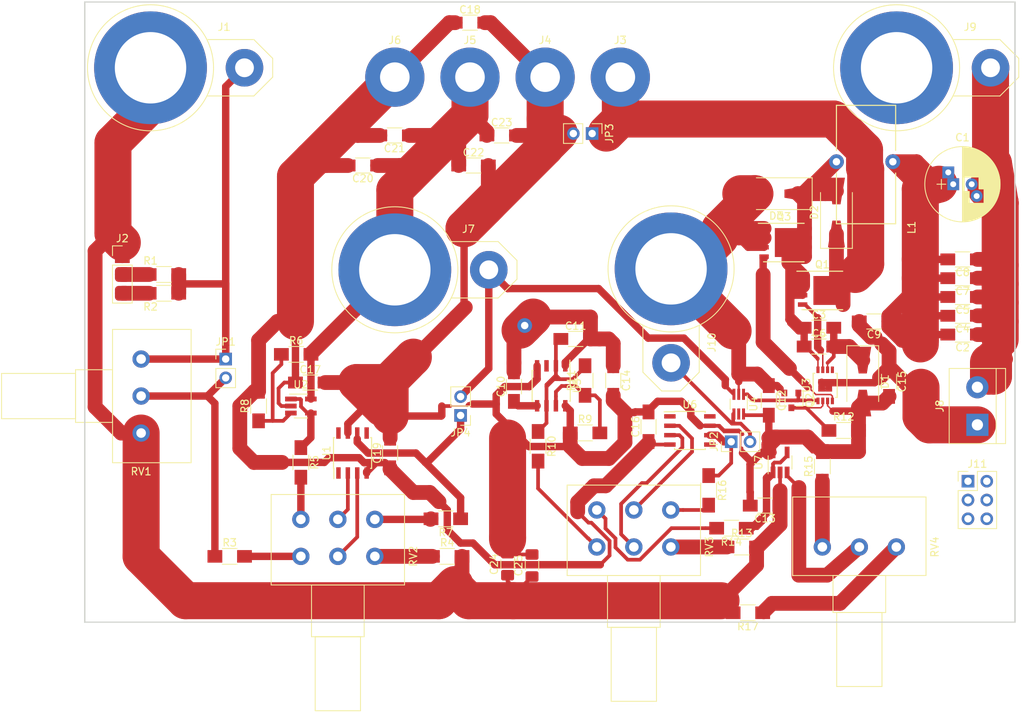
<source format=kicad_pcb>
(kicad_pcb (version 20171130) (host pcbnew "(5.1.0)-1")
  (layers (0 F.Cu signal) (31 B.Cu signal) (34 B.Paste user) (35 F.Paste user) (36 B.SilkS user) (37 F.SilkS user) (38 B.Mask user) (39 F.Mask user) (44 Edge.Cuts user))
  (net 0 "")
  (net 1 "Net-(C1-Pad2)")
  (net 2 "Net-(C1-Pad1)")
  (net 3 "Net-(C3-Pad1)")
  (net 4 "Net-(C3-Pad2)")
  (net 5 GND)
  (net 6 "Net-(C10-Pad1)")
  (net 7 "Net-(C11-Pad1)")
  (net 8 +5V)
  (net 9 -5V)
  (net 10 VCC)
  (net 11 "Net-(J1-Pad1)")
  (net 12 /audio)
  (net 13 /sawtooth)
  (net 14 /audio_in)
  (net 15 "Net-(JP2-Pad1)")
  (net 16 "Net-(Q1-Pad4)")
  (net 17 "Net-(Q2-Pad3)")
  (net 18 "Net-(Q2-Pad1)")
  (net 19 "Net-(Q3-Pad4)")
  (net 20 "Net-(R3-Pad2)")
  (net 21 "Net-(R4-Pad1)")
  (net 22 "Net-(R5-Pad2)")
  (net 23 "Net-(R5-Pad1)")
  (net 24 "Net-(R6-Pad1)")
  (net 25 "Net-(R7-Pad2)")
  (net 26 "Net-(R11-Pad1)")
  (net 27 "Net-(R10-Pad2)")
  (net 28 "Net-(R13-Pad1)")
  (net 29 "Net-(R14-Pad1)")
  (net 30 "Net-(R14-Pad2)")
  (net 31 "Net-(R15-Pad1)")
  (net 32 "Net-(R16-Pad2)")
  (net 33 "Net-(R17-Pad1)")
  (net 34 "Net-(RV2-Pad2)")
  (net 35 "Net-(RV2-Pad5)")
  (net 36 "Net-(RV3-Pad5)")
  (net 37 "Net-(RV3-Pad2)")
  (net 38 "Net-(RV4-Pad2)")
  (net 39 "Net-(J2-Pad2)")
  (net 40 "Net-(J2-Pad3)")
  (net 41 "Net-(J11-Pad6)")
  (net 42 "Net-(J11-Pad5)")
  (net 43 "Net-(J11-Pad4)")
  (net 44 "Net-(J11-Pad3)")
  (net 45 "Net-(J11-Pad2)")
  (net 46 "Net-(J11-Pad1)")
  (net 47 "Net-(JP4-Pad1)")
  (net 48 "Net-(U1-Pad1)")
  (net 49 "Net-(U1-Pad5)")
  (net 50 "Net-(U1-Pad8)")
  (net 51 "Net-(U4-Pad5)")
  (net 52 "Net-(U5-Pad3)")
  (net 53 "Net-(U6-Pad8)")
  (net 54 "Net-(U6-Pad5)")
  (net 55 "Net-(U6-Pad1)")
  (module Capacitors_SMD:C_1206_HandSoldering (layer F.Cu) (at 69.056 30.734)
    (fp_text reference C23 (at 0 -1.75) (layer F.SilkS))
    (fp_text value 100nF)
    (pad 1 smd rect (at -2 0) (size 2 1.6) (layers F.Cu F.Paste F.Mask) (net 5 GND))
    (pad 2 smd rect (at 2 0) (size 2 1.6) (layers F.Cu F.Paste F.Mask) (net 8 +5V))
  )
  (module Capacitors_SMD:C_1206_HandSoldering (layer F.Cu) (at 111.936311 59.26775)
    (fp_text reference C6 (at 0 -1.75) (layer F.SilkS))
    (fp_text value 100uF)
    (pad 2 smd rect (at 2 0) (size 2 1.6) (layers F.Cu F.Paste F.Mask) (net 4 "Net-(C3-Pad2)"))
    (pad 1 smd rect (at -2 0) (size 2 1.6) (layers F.Cu F.Paste F.Mask) (net 3 "Net-(C3-Pad1)"))
  )
  (module Capacitors_SMD:C_1206_HandSoldering (layer F.Cu) (at 111.936311 56.72775)
    (fp_text reference C3 (at 0 -1.75) (layer F.SilkS))
    (fp_text value 100uF)
    (pad 1 smd rect (at -2 0) (size 2 1.6) (layers F.Cu F.Paste F.Mask) (net 3 "Net-(C3-Pad1)"))
    (pad 2 smd rect (at 2 0) (size 2 1.6) (layers F.Cu F.Paste F.Mask) (net 4 "Net-(C3-Pad2)"))
  )
  (module Resistors_SMD:R_1206_HandSoldering (layer F.Cu) (at 73.971049 72.751958 270)
    (fp_text reference R10 (at 0 -1.85 270) (layer F.SilkS))
    (fp_text value 10k)
    (pad 1 smd rect (at -2 0 270) (size 2 1.7) (layers F.Cu F.Paste F.Mask) (net 7 "Net-(C11-Pad1)"))
    (pad 2 smd rect (at 2 0 270) (size 2 1.7) (layers F.Cu F.Paste F.Mask) (net 27 "Net-(R10-Pad2)"))
  )
  (module Capacitors_ThroughHole:CP_Radial_D10.0mm_P2.50mm_P5.00mm (layer F.Cu) (at 130.080352 37.32922)
    (fp_text reference C1 (at 1.25 -6.31) (layer F.SilkS))
    (fp_text value large)
    (pad 2 thru_hole circle (at 3.170937 1.6) (size 1.6 1.6) (drill 0.8) (layers *.Cu *.Mask) (net 1 "Net-(C1-Pad2)"))
    (pad 1 thru_hole rect (at -0.670937 -1.6) (size 1.6 1.6) (drill 0.8) (layers *.Cu *.Mask) (net 2 "Net-(C1-Pad1)"))
    (pad 2 thru_hole circle (at 2.5 0) (size 1.6 1.6) (drill 0.8) (layers *.Cu *.Mask) (net 1 "Net-(C1-Pad2)"))
    (pad 1 thru_hole rect (at 0 0) (size 1.6 1.6) (drill 0.8) (layers *.Cu *.Mask) (net 2 "Net-(C1-Pad1)"))
  )
  (module Capacitors_SMD:C_1206_HandSoldering (layer F.Cu) (at 131.350352 57.64922 180)
    (fp_text reference C2 (at 0 -1.75 180) (layer F.SilkS))
    (fp_text value 100uF)
    (pad 2 smd rect (at 2 0 180) (size 2 1.6) (layers F.Cu F.Paste F.Mask) (net 2 "Net-(C1-Pad1)"))
    (pad 1 smd rect (at -2 0 180) (size 2 1.6) (layers F.Cu F.Paste F.Mask) (net 1 "Net-(C1-Pad2)"))
  )
  (module Capacitors_SMD:C_1206_HandSoldering (layer F.Cu) (at 131.350352 55.10922 180)
    (fp_text reference C4 (at 0 -1.75 180) (layer F.SilkS))
    (fp_text value 100uF)
    (pad 1 smd rect (at -2 0 180) (size 2 1.6) (layers F.Cu F.Paste F.Mask) (net 1 "Net-(C1-Pad2)"))
    (pad 2 smd rect (at 2 0 180) (size 2 1.6) (layers F.Cu F.Paste F.Mask) (net 2 "Net-(C1-Pad1)"))
  )
  (module Capacitors_SMD:C_1206_HandSoldering (layer F.Cu) (at 131.350352 52.56922 180)
    (fp_text reference C5 (at 0 -1.75 180) (layer F.SilkS))
    (fp_text value 100uF)
    (pad 2 smd rect (at 2 0 180) (size 2 1.6) (layers F.Cu F.Paste F.Mask) (net 2 "Net-(C1-Pad1)"))
    (pad 1 smd rect (at -2 0 180) (size 2 1.6) (layers F.Cu F.Paste F.Mask) (net 1 "Net-(C1-Pad2)"))
  )
  (module Capacitors_SMD:C_1206_HandSoldering (layer F.Cu) (at 131.350352 50.02922 180)
    (fp_text reference C7 (at 0 -1.75 180) (layer F.SilkS))
    (fp_text value 100uF)
    (pad 1 smd rect (at -2 0 180) (size 2 1.6) (layers F.Cu F.Paste F.Mask) (net 1 "Net-(C1-Pad2)"))
    (pad 2 smd rect (at 2 0 180) (size 2 1.6) (layers F.Cu F.Paste F.Mask) (net 2 "Net-(C1-Pad1)"))
  )
  (module Capacitors_SMD:C_1206_HandSoldering (layer F.Cu) (at 131.350352 47.48922 180)
    (fp_text reference C8 (at 0 -1.75 180) (layer F.SilkS))
    (fp_text value 100uF)
    (pad 2 smd rect (at 2 0 180) (size 2 1.6) (layers F.Cu F.Paste F.Mask) (net 2 "Net-(C1-Pad1)"))
    (pad 1 smd rect (at -2 0 180) (size 2 1.6) (layers F.Cu F.Paste F.Mask) (net 1 "Net-(C1-Pad2)"))
  )
  (module Capacitors_SMD:C_1206_HandSoldering (layer F.Cu) (at 119.38 55.88 180)
    (fp_text reference C9 (at 0 -1.75 180) (layer F.SilkS))
    (fp_text value 3.3uF)
    (pad 1 smd rect (at -2 0 180) (size 2 1.6) (layers F.Cu F.Paste F.Mask) (net 2 "Net-(C1-Pad1)"))
    (pad 2 smd rect (at 2 0 180) (size 2 1.6) (layers F.Cu F.Paste F.Mask) (net 5 GND))
  )
  (module Capacitors_SMD:C_1206_HandSoldering (layer F.Cu) (at 70.711049 64.681958 90)
    (fp_text reference C10 (at 0 -1.75 90) (layer F.SilkS))
    (fp_text value 100nF)
    (pad 1 smd rect (at -2 0 90) (size 2 1.6) (layers F.Cu F.Paste F.Mask) (net 6 "Net-(C10-Pad1)"))
    (pad 2 smd rect (at 2 0 90) (size 2 1.6) (layers F.Cu F.Paste F.Mask) (net 5 GND))
  )
  (module Capacitors_SMD:C_1206_HandSoldering (layer F.Cu) (at 79.051049 58.241958)
    (fp_text reference C11 (at 0 -1.75) (layer F.SilkS))
    (fp_text value 1nF)
    (pad 2 smd rect (at 2 0) (size 2 1.6) (layers F.Cu F.Paste F.Mask) (net 5 GND))
    (pad 1 smd rect (at -2 0) (size 2 1.6) (layers F.Cu F.Paste F.Mask) (net 7 "Net-(C11-Pad1)"))
  )
  (module Capacitors_SMD:C_1206_HandSoldering (layer F.Cu) (at 105.156 66.548 270)
    (fp_text reference C12 (at 0 -1.75 270) (layer F.SilkS))
    (fp_text value 100nF)
    (pad 1 smd rect (at -2 0 270) (size 2 1.6) (layers F.Cu F.Paste F.Mask) (net 5 GND))
    (pad 2 smd rect (at 2 0 270) (size 2 1.6) (layers F.Cu F.Paste F.Mask) (net 8 +5V))
  )
  (module Capacitors_SMD:C_1206_HandSoldering (layer F.Cu) (at 104.648 80.772 180)
    (fp_text reference C13 (at 0 -1.75 180) (layer F.SilkS))
    (fp_text value 100nF)
    (pad 2 smd rect (at 2 0 180) (size 2 1.6) (layers F.Cu F.Paste F.Mask) (net 8 +5V))
    (pad 1 smd rect (at -2 0 180) (size 2 1.6) (layers F.Cu F.Paste F.Mask) (net 5 GND))
  )
  (module Capacitors_SMD:C_1206_HandSoldering (layer F.Cu) (at 84.131049 63.861958 270)
    (fp_text reference C14 (at 0 -1.75 270) (layer F.SilkS))
    (fp_text value 100nF)
    (pad 2 smd rect (at 2 0 270) (size 2 1.6) (layers F.Cu F.Paste F.Mask) (net 8 +5V))
    (pad 1 smd rect (at -2 0 270) (size 2 1.6) (layers F.Cu F.Paste F.Mask) (net 5 GND))
  )
  (module Capacitors_SMD:C_1206_HandSoldering (layer F.Cu) (at 121.412 64.008 270)
    (fp_text reference C15 (at 0 -1.75 270) (layer F.SilkS))
    (fp_text value 100nF)
    (pad 2 smd rect (at 2 0 270) (size 2 1.6) (layers F.Cu F.Paste F.Mask) (net 8 +5V))
    (pad 1 smd rect (at -2 0 270) (size 2 1.6) (layers F.Cu F.Paste F.Mask) (net 5 GND))
  )
  (module Capacitors_SMD:C_1206_HandSoldering (layer F.Cu) (at 88.9 70.104 90)
    (fp_text reference C16 (at 0 -1.75 90) (layer F.SilkS))
    (fp_text value 100nF)
    (pad 2 smd rect (at 2 0 90) (size 2 1.6) (layers F.Cu F.Paste F.Mask) (net 8 +5V))
    (pad 1 smd rect (at -2 0 90) (size 2 1.6) (layers F.Cu F.Paste F.Mask) (net 9 -5V))
  )
  (module Capacitors_SMD:C_1206_HandSoldering (layer F.Cu) (at 43.18 64.135)
    (fp_text reference C17 (at 0 -1.75) (layer F.SilkS))
    (fp_text value 100nF)
    (pad 1 smd rect (at -2 0) (size 2 1.6) (layers F.Cu F.Paste F.Mask) (net 9 -5V))
    (pad 2 smd rect (at 2 0) (size 2 1.6) (layers F.Cu F.Paste F.Mask) (net 8 +5V))
  )
  (module Capacitors_SMD:C_1206_HandSoldering (layer F.Cu) (at 53.975 73.66 90)
    (fp_text reference C19 (at 0 -1.75 90) (layer F.SilkS))
    (fp_text value 100nF)
    (pad 1 smd rect (at -2 0 90) (size 2 1.6) (layers F.Cu F.Paste F.Mask) (net 9 -5V))
    (pad 2 smd rect (at 2 0 90) (size 2 1.6) (layers F.Cu F.Paste F.Mask) (net 8 +5V))
  )
  (module Diodes_SMD:D_SMA-SMB_Universal_Handsoldering (layer F.Cu) (at 117.856 64.008 270)
    (fp_text reference D1 (at 0 -3 270) (layer F.SilkS))
    (fp_text value Schottky)
    (pad 2 smd trapezoid (at 2.9 0 90) (size 3.6 1.7) (rect_delta 0.6 0) (layers F.Cu F.Paste F.Mask) (net 8 +5V))
    (pad 1 smd trapezoid (at -2.9 0 270) (size 3.6 1.7) (rect_delta 0.6 0) (layers F.Cu F.Paste F.Mask) (net 4 "Net-(C3-Pad2)"))
  )
  (module Diodes_SMD:D_SMA-SMB_Universal_Handsoldering (layer F.Cu) (at 114.3 41.148 90)
    (fp_text reference D2 (at 0 -3 90) (layer F.SilkS))
    (fp_text value Schottky)
    (pad 2 smd trapezoid (at 2.9 0 270) (size 3.6 1.7) (rect_delta 0.6 0) (layers F.Cu F.Paste F.Mask) (net 3 "Net-(C3-Pad1)"))
    (pad 1 smd trapezoid (at -2.9 0 90) (size 3.6 1.7) (rect_delta 0.6 0) (layers F.Cu F.Paste F.Mask) (net 10 VCC))
  )
  (module Diodes_SMD:D_SMA-SMB_Universal_Handsoldering (layer F.Cu) (at 106.172 38.608 180)
    (fp_text reference D3 (at 0 -3 180) (layer F.SilkS))
    (fp_text value Schottky)
    (pad 1 smd trapezoid (at -2.9 0 180) (size 3.6 1.7) (rect_delta 0.6 0) (layers F.Cu F.Paste F.Mask) (net 3 "Net-(C3-Pad1)"))
    (pad 2 smd trapezoid (at 2.9 0) (size 3.6 1.7) (rect_delta 0.6 0) (layers F.Cu F.Paste F.Mask) (net 5 GND))
  )
  (module Connect:BNC (layer F.Cu) (at 34.29 21.59)
    (fp_text reference J1 (at -2.75 -5.5) (layer F.SilkS))
    (fp_text value "external input")
    (pad 2 thru_hole circle (at -12.7 0) (size 15.24 15.24) (drill 9.65) (layers *.Cu *.Mask) (net 5 GND))
    (pad 1 thru_hole circle (at 0 0) (size 5.08 5.08) (drill 2.54) (layers *.Cu *.Mask) (net 11 "Net-(J1-Pad1)"))
  )
  (module Pin_Headers:Pin_Header_Straight_1x03_Pitch2.54mm (layer F.Cu) (at 17.78 46.99)
    (fp_text reference J2 (at 0 -2.33) (layer F.SilkS))
    (fp_text value AUDIO)
    (pad 3 smd roundrect (at 0 5.08) (size 2 2) (layers F.Cu F.Paste F.Mask) (net 40 "Net-(J2-Pad3)"))
    (pad 2 smd roundrect (at 0 2.54) (size 2 2) (layers F.Cu F.Paste F.Mask) (net 39 "Net-(J2-Pad2)"))
    (pad 1 smd rect (at 0 0) (size 2 2) (layers F.Cu F.Paste F.Mask) (net 5 GND))
  )
  (module Mounting_Holes:MountingHole_4mm_Pad (layer F.Cu) (at 85.09 22.86)
    (fp_text reference J3 (at 0 -5) (layer F.SilkS))
    (fp_text value VCC)
    (pad 1 thru_hole circle (at 0 0) (size 8 8) (drill 4) (layers *.Cu *.Mask) (net 10 VCC))
  )
  (module Mounting_Holes:MountingHole_4mm_Pad (layer F.Cu) (at 74.93 22.86)
    (fp_text reference J4 (at 0 -5) (layer F.SilkS))
    (fp_text value +5V)
    (pad 1 thru_hole circle (at 0 0) (size 8 8) (drill 4) (layers *.Cu *.Mask) (net 8 +5V))
  )
  (module Mounting_Holes:MountingHole_4mm_Pad (layer F.Cu) (at 64.77 22.86)
    (fp_text reference J5 (at 0 -5) (layer F.SilkS))
    (fp_text value GND)
    (pad 1 thru_hole circle (at 0 0) (size 8 8) (drill 4) (layers *.Cu *.Mask) (net 5 GND))
  )
  (module Mounting_Holes:MountingHole_4mm_Pad (layer F.Cu) (at 54.61 22.86)
    (fp_text reference J6 (at 0 -5) (layer F.SilkS))
    (fp_text value -5V)
    (pad 1 thru_hole circle (at 0 0) (size 8 8) (drill 4) (layers *.Cu *.Mask) (net 9 -5V))
  )
  (module Connect:BNC (layer F.Cu) (at 67.31 48.895)
    (fp_text reference J7 (at -2.75 -5.5) (layer F.SilkS))
    (fp_text value "audio tune")
    (pad 2 thru_hole circle (at -12.7 0) (size 15.24 15.24) (drill 9.65) (layers *.Cu *.Mask) (net 5 GND))
    (pad 1 thru_hole circle (at 0 0) (size 5.08 5.08) (drill 2.54) (layers *.Cu *.Mask) (net 12 /audio))
  )
  (module Terminal_Blocks:TerminalBlock_bornier-2_P5.08mm (layer F.Cu) (at 133.35 69.85 90)
    (fp_text reference J8 (at 2.54 -5.08 90) (layer F.SilkS))
    (fp_text value speaker)
    (pad 2 thru_hole circle (at 5.08 0 90) (size 3 3) (drill 1.52) (layers *.Cu *.Mask) (net 1 "Net-(C1-Pad2)"))
    (pad 1 thru_hole rect (at 0 0 90) (size 3 3) (drill 1.52) (layers *.Cu *.Mask) (net 5 GND))
  )
  (module Connect:BNC (layer F.Cu) (at 135.128 21.59)
    (fp_text reference J9 (at -2.75 -5.5) (layer F.SilkS))
    (fp_text value speaker)
    (pad 1 thru_hole circle (at 0 0) (size 5.08 5.08) (drill 2.54) (layers *.Cu *.Mask) (net 1 "Net-(C1-Pad2)"))
    (pad 2 thru_hole circle (at -12.7 0) (size 15.24 15.24) (drill 9.65) (layers *.Cu *.Mask) (net 5 GND))
  )
  (module Connect:BNC (layer F.Cu) (at 91.948 61.468 270)
    (fp_text reference J10 (at -2.75 -5.5 270) (layer F.SilkS))
    (fp_text value "external saw")
    (pad 1 thru_hole circle (at 0 0 270) (size 5.08 5.08) (drill 2.54) (layers *.Cu *.Mask) (net 13 /sawtooth))
    (pad 2 thru_hole circle (at -12.7 0 270) (size 15.24 15.24) (drill 9.65) (layers *.Cu *.Mask) (net 5 GND))
  )
  (module Pin_Headers:Pin_Header_Straight_1x02_Pitch2.54mm (layer F.Cu) (at 31.75 60.96)
    (fp_text reference JP1 (at 0 -2.33) (layer F.SilkS))
    (fp_text value "volume bypass")
    (pad 2 thru_hole oval (at 0 2.54) (size 1.7 1.7) (drill 1) (layers *.Cu *.Mask) (net 14 /audio_in))
    (pad 1 thru_hole rect (at 0 0) (size 1.7 1.7) (drill 1) (layers *.Cu *.Mask) (net 11 "Net-(J1-Pad1)"))
  )
  (module Pin_Headers:Pin_Header_Straight_1x02_Pitch2.54mm (layer F.Cu) (at 81.28 30.48 270)
    (fp_text reference JP3 (at 0 -2.33 270) (layer F.SilkS))
    (fp_text value 5V_output)
    (pad 1 thru_hole rect (at 0 0 270) (size 1.7 1.7) (drill 1) (layers *.Cu *.Mask) (net 10 VCC))
    (pad 2 thru_hole oval (at 0 2.54 270) (size 1.7 1.7) (drill 1) (layers *.Cu *.Mask) (net 8 +5V))
  )
  (module Choke_Toroid_ThroughHole:Choke_Toroid_8x16mm_Vertical (layer F.Cu) (at 114.3 26.67 270)
    (fp_text reference L1 (at 16.51 -10.16 270) (layer F.SilkS))
    (fp_text value 22uH)
    (pad 2 thru_hole circle (at 7.62 -7.62 270) (size 1.99898 1.99898) (drill 1.00076) (layers *.Cu *.Mask) (net 2 "Net-(C1-Pad1)"))
    (pad 1 thru_hole circle (at 7.62 0 270) (size 1.99898 1.99898) (drill 1.00076) (layers *.Cu *.Mask) (net 3 "Net-(C3-Pad1)"))
  )
  (module SMD_Packages:SO-8_PowerPAK_Vishay_Single (layer F.Cu) (at 112.398 51.689)
    (fp_text reference Q1 (at 0 -3.5) (layer F.SilkS))
    (fp_text value SQJ860EP)
    (pad 5 smd rect (at 0.69 0) (size 3.81 3.91) (layers F.Cu F.Paste F.Mask) (net 10 VCC))
    (pad 5 smd rect (at 2.795 -1.905) (size 1.02 0.61) (layers F.Cu F.Paste F.Mask) (net 10 VCC))
    (pad 5 smd rect (at 2.795 -0.635) (size 1.02 0.61) (layers F.Cu F.Paste F.Mask) (net 10 VCC))
    (pad 5 smd rect (at 2.795 0.635) (size 1.02 0.61) (layers F.Cu F.Paste F.Mask) (net 10 VCC))
    (pad 5 smd rect (at 2.795 1.905) (size 1.02 0.61) (layers F.Cu F.Paste F.Mask) (net 10 VCC))
    (pad 4 smd rect (at -2.67 1.905) (size 1.27 0.61) (layers F.Cu F.Paste F.Mask) (net 16 "Net-(Q1-Pad4)"))
    (pad 3 smd rect (at -2.67 0.635) (size 1.27 0.61) (layers F.Cu F.Paste F.Mask) (net 3 "Net-(C3-Pad1)"))
    (pad 2 smd rect (at -2.67 -0.635) (size 1.27 0.61) (layers F.Cu F.Paste F.Mask) (net 3 "Net-(C3-Pad1)"))
    (pad 1 smd rect (at -2.67 -1.905) (size 1.27 0.61) (layers F.Cu F.Paste F.Mask) (net 3 "Net-(C3-Pad1)"))
  )
  (module TO_SOT_Packages_SMD:SOT-23 (layer F.Cu) (at 108.204 66.548 270)
    (fp_text reference Q2 (at 0 -2.5 270) (layer F.SilkS))
    (fp_text value Q_NMOS_GSD)
    (pad 3 smd rect (at 1 0 270) (size 0.9 0.8) (layers F.Cu F.Paste F.Mask) (net 17 "Net-(Q2-Pad3)"))
    (pad 2 smd rect (at -1 0.95 270) (size 0.9 0.8) (layers F.Cu F.Paste F.Mask) (net 5 GND))
    (pad 1 smd rect (at -1 -0.95 270) (size 0.9 0.8) (layers F.Cu F.Paste F.Mask) (net 18 "Net-(Q2-Pad1)"))
  )
  (module SMD_Packages:SO-8_PowerPAK_Vishay_Single (layer F.Cu) (at 107.188 45.212)
    (fp_text reference Q3 (at 0 -3.5) (layer F.SilkS))
    (fp_text value SQJ860EP)
    (pad 1 smd rect (at -2.67 -1.905) (size 1.27 0.61) (layers F.Cu F.Paste F.Mask) (net 5 GND))
    (pad 2 smd rect (at -2.67 -0.635) (size 1.27 0.61) (layers F.Cu F.Paste F.Mask) (net 5 GND))
    (pad 3 smd rect (at -2.67 0.635) (size 1.27 0.61) (layers F.Cu F.Paste F.Mask) (net 5 GND))
    (pad 4 smd rect (at -2.67 1.905) (size 1.27 0.61) (layers F.Cu F.Paste F.Mask) (net 19 "Net-(Q3-Pad4)"))
    (pad 5 smd rect (at 2.795 1.905) (size 1.02 0.61) (layers F.Cu F.Paste F.Mask) (net 3 "Net-(C3-Pad1)"))
    (pad 5 smd rect (at 2.795 0.635) (size 1.02 0.61) (layers F.Cu F.Paste F.Mask) (net 3 "Net-(C3-Pad1)"))
    (pad 5 smd rect (at 2.795 -0.635) (size 1.02 0.61) (layers F.Cu F.Paste F.Mask) (net 3 "Net-(C3-Pad1)"))
    (pad 5 smd rect (at 2.795 -1.905) (size 1.02 0.61) (layers F.Cu F.Paste F.Mask) (net 3 "Net-(C3-Pad1)"))
    (pad 5 smd rect (at 0.69 0) (size 3.81 3.91) (layers F.Cu F.Paste F.Mask) (net 3 "Net-(C3-Pad1)"))
  )
  (module Resistors_SMD:R_1206_HandSoldering (layer F.Cu) (at 23.4 49.53)
    (fp_text reference R1 (at -1.81 -1.85) (layer F.SilkS))
    (fp_text value 10k)
    (pad 2 smd rect (at 2 0) (size 2 1.7) (layers F.Cu F.Paste F.Mask) (net 11 "Net-(J1-Pad1)"))
    (pad 1 smd rect (at -2 0) (size 2 1.7) (layers F.Cu F.Paste F.Mask) (net 39 "Net-(J2-Pad2)"))
  )
  (module Resistors_SMD:R_1206_HandSoldering (layer F.Cu) (at 23.4 52.07)
    (fp_text reference R2 (at -1.81 1.83) (layer F.SilkS))
    (fp_text value 10k)
    (pad 1 smd rect (at -2 0) (size 2 1.7) (layers F.Cu F.Paste F.Mask) (net 40 "Net-(J2-Pad3)"))
    (pad 2 smd rect (at 2 0) (size 2 1.7) (layers F.Cu F.Paste F.Mask) (net 11 "Net-(J1-Pad1)"))
  )
  (module Resistors_SMD:R_1206_HandSoldering (layer F.Cu) (at 32.29 87.63)
    (fp_text reference R3 (at 0 -1.85) (layer F.SilkS))
    (fp_text value 10k)
    (pad 1 smd rect (at -2 0) (size 2 1.7) (layers F.Cu F.Paste F.Mask) (net 14 /audio_in))
    (pad 2 smd rect (at 2 0) (size 2 1.7) (layers F.Cu F.Paste F.Mask) (net 20 "Net-(R3-Pad2)"))
  )
  (module Resistors_SMD:R_1206_HandSoldering (layer F.Cu) (at 61.69 87.63)
    (fp_text reference R4 (at 0 -1.85) (layer F.SilkS))
    (fp_text value 10k)
    (pad 2 smd rect (at 2 0) (size 2 1.7) (layers F.Cu F.Paste F.Mask) (net 5 GND))
    (pad 1 smd rect (at -2 0) (size 2 1.7) (layers F.Cu F.Paste F.Mask) (net 21 "Net-(R4-Pad1)"))
  )
  (module Resistors_SMD:R_1206_HandSoldering (layer F.Cu) (at 41.91 74.93 270)
    (fp_text reference R5 (at 0 -1.85 270) (layer F.SilkS))
    (fp_text value 10k)
    (pad 2 smd rect (at 2 0 270) (size 2 1.7) (layers F.Cu F.Paste F.Mask) (net 22 "Net-(R5-Pad2)"))
    (pad 1 smd rect (at -2 0 270) (size 2 1.7) (layers F.Cu F.Paste F.Mask) (net 23 "Net-(R5-Pad1)"))
  )
  (module Resistors_SMD:R_1206_HandSoldering (layer F.Cu) (at 41.275 60.325)
    (fp_text reference R6 (at 0 -1.85) (layer F.SilkS))
    (fp_text value 10k)
    (pad 2 smd rect (at 2 0) (size 2 1.7) (layers F.Cu F.Paste F.Mask) (net 5 GND))
    (pad 1 smd rect (at -2 0) (size 2 1.7) (layers F.Cu F.Paste F.Mask) (net 24 "Net-(R6-Pad1)"))
  )
  (module Resistors_SMD:R_1206_HandSoldering (layer F.Cu) (at 61.5 82.55 180)
    (fp_text reference R7 (at 0 -1.85 180) (layer F.SilkS))
    (fp_text value 10k)
    (pad 1 smd rect (at -2 0 180) (size 2 1.7) (layers F.Cu F.Paste F.Mask) (net 47 "Net-(JP4-Pad1)"))
    (pad 2 smd rect (at 2 0 180) (size 2 1.7) (layers F.Cu F.Paste F.Mask) (net 25 "Net-(R7-Pad2)"))
  )
  (module Resistors_SMD:R_1206_HandSoldering (layer F.Cu) (at 36.195 67.31 90)
    (fp_text reference R8 (at 0 -1.85 90) (layer F.SilkS))
    (fp_text value 15k)
    (pad 1 smd rect (at -2 0 90) (size 2 1.7) (layers F.Cu F.Paste F.Mask) (net 24 "Net-(R6-Pad1)"))
    (pad 2 smd rect (at 2 0 90) (size 2 1.7) (layers F.Cu F.Paste F.Mask) (net 9 -5V))
  )
  (module Resistors_SMD:R_1206_HandSoldering (layer F.Cu) (at 80.321049 70.941958)
    (fp_text reference R9 (at 0 -1.85) (layer F.SilkS))
    (fp_text value 4k7)
    (pad 2 smd rect (at 2 0) (size 2 1.7) (layers F.Cu F.Paste F.Mask) (net 26 "Net-(R11-Pad1)"))
    (pad 1 smd rect (at -2 0) (size 2 1.7) (layers F.Cu F.Paste F.Mask) (net 8 +5V))
  )
  (module Resistors_SMD:R_1206_HandSoldering (layer F.Cu) (at 80.321049 63.861958 90)
    (fp_text reference R11 (at 0 -1.85 90) (layer F.SilkS))
    (fp_text value 1k2)
    (pad 1 smd rect (at -2 0 90) (size 2 1.7) (layers F.Cu F.Paste F.Mask) (net 26 "Net-(R11-Pad1)"))
    (pad 2 smd rect (at 2 0 90) (size 2 1.7) (layers F.Cu F.Paste F.Mask) (net 7 "Net-(C11-Pad1)"))
  )
  (module Resistors_SMD:R_1206_HandSoldering (layer F.Cu) (at 115.284 70.612)
    (fp_text reference R12 (at 0 -1.85) (layer F.SilkS))
    (fp_text value 10k)
    (pad 2 smd rect (at 2 0) (size 2 1.7) (layers F.Cu F.Paste F.Mask) (net 8 +5V))
    (pad 1 smd rect (at -2 0) (size 2 1.7) (layers F.Cu F.Paste F.Mask) (net 17 "Net-(Q2-Pad3)"))
  )
  (module Resistors_SMD:R_1206_HandSoldering (layer F.Cu) (at 101.505 86.36)
    (fp_text reference R13 (at 0 -1.85) (layer F.SilkS))
    (fp_text value 22k)
    (pad 1 smd rect (at -2 0) (size 2 1.7) (layers F.Cu F.Paste F.Mask) (net 28 "Net-(R13-Pad1)"))
    (pad 2 smd rect (at 2 0) (size 2 1.7) (layers F.Cu F.Paste F.Mask) (net 5 GND))
  )
  (module Resistors_SMD:R_1206_HandSoldering (layer F.Cu) (at 100.108 83.82 180)
    (fp_text reference R14 (at 0 -1.85 180) (layer F.SilkS))
    (fp_text value 10k)
    (pad 2 smd rect (at 2 0 180) (size 2 1.7) (layers F.Cu F.Paste F.Mask) (net 30 "Net-(R14-Pad2)"))
    (pad 1 smd rect (at -2 0 180) (size 2 1.7) (layers F.Cu F.Paste F.Mask) (net 29 "Net-(R14-Pad1)"))
  )
  (module Resistors_SMD:R_1206_HandSoldering (layer F.Cu) (at 112.395 75.47 90)
    (fp_text reference R15 (at 0 -1.85 90) (layer F.SilkS))
    (fp_text value 15k)
    (pad 2 smd rect (at 2 0 90) (size 2 1.7) (layers F.Cu F.Paste F.Mask) (net 8 +5V))
    (pad 1 smd rect (at -2 0 90) (size 2 1.7) (layers F.Cu F.Paste F.Mask) (net 31 "Net-(R15-Pad1)"))
  )
  (module Resistors_SMD:R_1206_HandSoldering (layer F.Cu) (at 97.028 78.708 270)
    (fp_text reference R16 (at 0 -1.85 270) (layer F.SilkS))
    (fp_text value 22k)
    (pad 2 smd rect (at 2 0 270) (size 2 1.7) (layers F.Cu F.Paste F.Mask) (net 32 "Net-(R16-Pad2)"))
    (pad 1 smd rect (at -2 0 270) (size 2 1.7) (layers F.Cu F.Paste F.Mask) (net 15 "Net-(JP2-Pad1)"))
  )
  (module Resistors_SMD:R_1206_HandSoldering (layer F.Cu) (at 102.33 95.25 180)
    (fp_text reference R17 (at 0 -1.85 180) (layer F.SilkS))
    (fp_text value 5k6)
    (pad 1 smd rect (at -2 0 180) (size 2 1.7) (layers F.Cu F.Paste F.Mask) (net 33 "Net-(R17-Pad1)"))
    (pad 2 smd rect (at 2 0 180) (size 2 1.7) (layers F.Cu F.Paste F.Mask) (net 5 GND))
  )
  (module Potentiometers:Potentiometer_Alps_RK163_Single_Vertical (layer F.Cu) (at 20.32 60.96 180)
    (fp_text reference RV1 (at 0 -15.2 180) (layer F.SilkS))
    (fp_text value 10k)
    (pad 3 thru_hole circle (at 0 -10 180) (size 2.34 2.34) (drill 1.3) (layers *.Cu *.Mask) (net 5 GND))
    (pad 2 thru_hole circle (at 0 -5 180) (size 2.34 2.34) (drill 1.3) (layers *.Cu *.Mask) (net 14 /audio_in))
    (pad 1 thru_hole circle (at 0 0 180) (size 2.34 2.34) (drill 1.3) (layers *.Cu *.Mask) (net 11 "Net-(J1-Pad1)"))
  )
  (module Potentiometers:Potentiometer_Alps_RK163_Double_Vertical (layer F.Cu) (at 41.91 87.63 270)
    (fp_text reference RV2 (at 0 -15.2 270) (layer F.SilkS))
    (fp_text value 10k)
    (pad 3 thru_hole circle (at 0 -10 270) (size 2.34 2.34) (drill 1.3) (layers *.Cu *.Mask) (net 21 "Net-(R4-Pad1)"))
    (pad 2 thru_hole circle (at 0 -5 270) (size 2.34 2.34) (drill 1.3) (layers *.Cu *.Mask) (net 34 "Net-(RV2-Pad2)"))
    (pad 1 thru_hole circle (at 0 0 270) (size 2.34 2.34) (drill 1.3) (layers *.Cu *.Mask) (net 20 "Net-(R3-Pad2)"))
    (pad 6 thru_hole circle (at -5 -10 270) (size 2.34 2.34) (drill 1.3) (layers *.Cu *.Mask) (net 25 "Net-(R7-Pad2)"))
    (pad 5 thru_hole circle (at -5 -5 270) (size 2.34 2.34) (drill 1.3) (layers *.Cu *.Mask) (net 35 "Net-(RV2-Pad5)"))
    (pad 4 thru_hole circle (at -5 0 270) (size 2.34 2.34) (drill 1.3) (layers *.Cu *.Mask) (net 22 "Net-(R5-Pad2)"))
  )
  (module Potentiometers:Potentiometer_Alps_RK163_Double_Vertical (layer F.Cu) (at 81.915 86.36 270)
    (fp_text reference RV3 (at 0 -15.2 270) (layer F.SilkS))
    (fp_text value 10k)
    (pad 4 thru_hole circle (at -5 0 270) (size 2.34 2.34) (drill 1.3) (layers *.Cu *.Mask) (net 30 "Net-(R14-Pad2)"))
    (pad 5 thru_hole circle (at -5 -5 270) (size 2.34 2.34) (drill 1.3) (layers *.Cu *.Mask) (net 36 "Net-(RV3-Pad5)"))
    (pad 6 thru_hole circle (at -5 -10 270) (size 2.34 2.34) (drill 1.3) (layers *.Cu *.Mask) (net 32 "Net-(R16-Pad2)"))
    (pad 1 thru_hole circle (at 0 0 270) (size 2.34 2.34) (drill 1.3) (layers *.Cu *.Mask) (net 27 "Net-(R10-Pad2)"))
    (pad 2 thru_hole circle (at 0 -5 270) (size 2.34 2.34) (drill 1.3) (layers *.Cu *.Mask) (net 37 "Net-(RV3-Pad2)"))
    (pad 3 thru_hole circle (at 0 -10 270) (size 2.34 2.34) (drill 1.3) (layers *.Cu *.Mask) (net 28 "Net-(R13-Pad1)"))
  )
  (module Potentiometers:Potentiometer_Alps_RK163_Single_Vertical (layer F.Cu) (at 112.395 86.36 270)
    (fp_text reference RV4 (at 0 -15.2 270) (layer F.SilkS))
    (fp_text value 10k)
    (pad 1 thru_hole circle (at 0 0 270) (size 2.34 2.34) (drill 1.3) (layers *.Cu *.Mask) (net 31 "Net-(R15-Pad1)"))
    (pad 2 thru_hole circle (at 0 -5 270) (size 2.34 2.34) (drill 1.3) (layers *.Cu *.Mask) (net 38 "Net-(RV4-Pad2)"))
    (pad 3 thru_hole circle (at 0 -10 270) (size 2.34 2.34) (drill 1.3) (layers *.Cu *.Mask) (net 33 "Net-(R17-Pad1)"))
  )
  (module Housings_SOIC:SOIC-8_3.9x4.9mm_Pitch1.27mm (layer F.Cu) (at 48.895 73.66 90)
    (fp_text reference U1 (at 0 -3.5 90) (layer F.SilkS))
    (fp_text value AD8038)
    (pad 1 smd rect (at -2.7 -1.905 90) (size 1.55 0.6) (layers F.Cu F.Paste F.Mask) (net 48 "Net-(U1-Pad1)"))
    (pad 2 smd rect (at -2.7 -0.635 90) (size 1.55 0.6) (layers F.Cu F.Paste F.Mask) (net 35 "Net-(RV2-Pad5)"))
    (pad 3 smd rect (at -2.7 0.635 90) (size 1.55 0.6) (layers F.Cu F.Paste F.Mask) (net 34 "Net-(RV2-Pad2)"))
    (pad 4 smd rect (at -2.7 1.905 90) (size 1.55 0.6) (layers F.Cu F.Paste F.Mask) (net 9 -5V))
    (pad 5 smd rect (at 2.7 1.905 90) (size 1.55 0.6) (layers F.Cu F.Paste F.Mask) (net 49 "Net-(U1-Pad5)"))
    (pad 6 smd rect (at 2.7 0.635 90) (size 1.55 0.6) (layers F.Cu F.Paste F.Mask) (net 47 "Net-(JP4-Pad1)"))
    (pad 7 smd rect (at 2.7 -0.635 90) (size 1.55 0.6) (layers F.Cu F.Paste F.Mask) (net 8 +5V))
    (pad 8 smd rect (at 2.7 -1.905 90) (size 1.55 0.6) (layers F.Cu F.Paste F.Mask) (net 50 "Net-(U1-Pad8)"))
  )
  (module TO_SOT_Packages_SMD:SOT-23-5_HandSoldering (layer F.Cu) (at 41.91 67.31)
    (fp_text reference U2 (at 0 -2.9) (layer F.SilkS))
    (fp_text value AD8613)
    (pad 1 smd rect (at -1.35 -0.95) (size 1.56 0.65) (layers F.Cu F.Paste F.Mask) (net 23 "Net-(R5-Pad1)"))
    (pad 2 smd rect (at -1.35 0) (size 1.56 0.65) (layers F.Cu F.Paste F.Mask) (net 9 -5V))
    (pad 3 smd rect (at -1.35 0.95) (size 1.56 0.65) (layers F.Cu F.Paste F.Mask) (net 24 "Net-(R6-Pad1)"))
    (pad 4 smd rect (at 1.35 0.95) (size 1.56 0.65) (layers F.Cu F.Paste F.Mask) (net 23 "Net-(R5-Pad1)"))
    (pad 5 smd rect (at 1.35 -0.95) (size 1.56 0.65) (layers F.Cu F.Paste F.Mask) (net 5 GND))
  )
  (module Housings_SSOP:MSOP-8-1EP_3x3mm_Pitch0.65mm (layer F.Cu) (at 112.776 64.516 90)
    (fp_text reference U3 (at 0 -2.55 90) (layer F.SilkS))
    (fp_text value LTC4444-5)
    (pad 9 smd rect (at -0.42 -0.47 90) (size 0.84 0.94) (layers F.Cu F.Paste F.Mask) (net 5 GND))
    (pad 9 smd rect (at -0.42 0.47 90) (size 0.84 0.94) (layers F.Cu F.Paste F.Mask) (net 5 GND))
    (pad 9 smd rect (at 0.42 -0.47 90) (size 0.84 0.94) (layers F.Cu F.Paste F.Mask) (net 5 GND))
    (pad 9 smd rect (at 0.42 0.47 90) (size 0.84 0.94) (layers F.Cu F.Paste F.Mask) (net 5 GND))
    (pad 8 smd rect (at 2.105 -0.975 90) (size 0.89 0.42) (layers F.Cu F.Paste F.Mask) (net 3 "Net-(C3-Pad1)"))
    (pad 7 smd rect (at 2.105 -0.325 90) (size 0.89 0.42) (layers F.Cu F.Paste F.Mask) (net 16 "Net-(Q1-Pad4)"))
    (pad 6 smd rect (at 2.105 0.325 90) (size 0.89 0.42) (layers F.Cu F.Paste F.Mask) (net 4 "Net-(C3-Pad2)"))
    (pad 5 smd rect (at 2.105 0.975 90) (size 0.89 0.42) (layers F.Cu F.Paste F.Mask))
    (pad 4 smd rect (at -2.105 0.975 90) (size 0.89 0.42) (layers F.Cu F.Paste F.Mask) (net 19 "Net-(Q3-Pad4)"))
    (pad 3 smd rect (at -2.105 0.325 90) (size 0.89 0.42) (layers F.Cu F.Paste F.Mask) (net 8 +5V))
    (pad 2 smd rect (at -2.105 -0.325 90) (size 0.89 0.42) (layers F.Cu F.Paste F.Mask) (net 17 "Net-(Q2-Pad3)"))
    (pad 1 smd rect (at -2.105 -0.975 90) (size 0.89 0.42) (layers F.Cu F.Paste F.Mask) (net 18 "Net-(Q2-Pad1)"))
  )
  (module TO_SOT_Packages_SMD:SOT-363_SC-70-6_Handsoldering (layer F.Cu) (at 101.092 67.056 270)
    (fp_text reference U4 (at 0 -2 270) (layer F.SilkS))
    (fp_text value AD8468)
    (pad 6 smd rect (at 1.33 -0.65 270) (size 1.5 0.4) (layers F.Cu F.Paste F.Mask) (net 8 +5V))
    (pad 5 smd rect (at 1.33 0 270) (size 1.5 0.4) (layers F.Cu F.Paste F.Mask) (net 51 "Net-(U4-Pad5)"))
    (pad 4 smd rect (at 1.33 0.65 270) (size 1.5 0.4) (layers F.Cu F.Paste F.Mask) (net 13 /sawtooth))
    (pad 3 smd rect (at -1.33 0.65 270) (size 1.5 0.4) (layers F.Cu F.Paste F.Mask) (net 12 /audio))
    (pad 2 smd rect (at -1.33 0 270) (size 1.5 0.4) (layers F.Cu F.Paste F.Mask) (net 5 GND))
    (pad 1 smd rect (at -1.33 -0.65 270) (size 1.5 0.4) (layers F.Cu F.Paste F.Mask) (net 18 "Net-(Q2-Pad1)"))
  )
  (module Housings_SOIC:SOIC-8_3.9x4.9mm_Pitch1.27mm (layer F.Cu) (at 75.746049 64.576958 270)
    (fp_text reference U5 (at 0 -3.5 270) (layer F.SilkS))
    (fp_text value LM555)
    (pad 8 smd rect (at 2.7 -1.905 270) (size 1.55 0.6) (layers F.Cu F.Paste F.Mask) (net 8 +5V))
    (pad 7 smd rect (at 2.7 -0.635 270) (size 1.55 0.6) (layers F.Cu F.Paste F.Mask) (net 26 "Net-(R11-Pad1)"))
    (pad 6 smd rect (at 2.7 0.635 270) (size 1.55 0.6) (layers F.Cu F.Paste F.Mask) (net 7 "Net-(C11-Pad1)"))
    (pad 5 smd rect (at 2.7 1.905 270) (size 1.55 0.6) (layers F.Cu F.Paste F.Mask) (net 6 "Net-(C10-Pad1)"))
    (pad 4 smd rect (at -2.7 1.905 270) (size 1.55 0.6) (layers F.Cu F.Paste F.Mask) (net 8 +5V))
    (pad 3 smd rect (at -2.7 0.635 270) (size 1.55 0.6) (layers F.Cu F.Paste F.Mask) (net 52 "Net-(U5-Pad3)"))
    (pad 2 smd rect (at -2.7 -0.635 270) (size 1.55 0.6) (layers F.Cu F.Paste F.Mask) (net 7 "Net-(C11-Pad1)"))
    (pad 1 smd rect (at -2.7 -1.905 270) (size 1.55 0.6) (layers F.Cu F.Paste F.Mask) (net 5 GND))
  )
  (module Housings_SOIC:SOIC-8_3.9x4.9mm_Pitch1.27mm (layer F.Cu) (at 94.488 70.612)
    (fp_text reference U6 (at 0 -3.5) (layer F.SilkS))
    (fp_text value AD8038)
    (pad 8 smd rect (at 2.7 -1.905) (size 1.55 0.6) (layers F.Cu F.Paste F.Mask) (net 53 "Net-(U6-Pad8)"))
    (pad 7 smd rect (at 2.7 -0.635) (size 1.55 0.6) (layers F.Cu F.Paste F.Mask) (net 8 +5V))
    (pad 6 smd rect (at 2.7 0.635) (size 1.55 0.6) (layers F.Cu F.Paste F.Mask) (net 15 "Net-(JP2-Pad1)"))
    (pad 5 smd rect (at 2.7 1.905) (size 1.55 0.6) (layers F.Cu F.Paste F.Mask) (net 54 "Net-(U6-Pad5)"))
    (pad 4 smd rect (at -2.7 1.905) (size 1.55 0.6) (layers F.Cu F.Paste F.Mask) (net 9 -5V))
    (pad 3 smd rect (at -2.7 0.635) (size 1.55 0.6) (layers F.Cu F.Paste F.Mask) (net 37 "Net-(RV3-Pad2)"))
    (pad 2 smd rect (at -2.7 -0.635) (size 1.55 0.6) (layers F.Cu F.Paste F.Mask) (net 36 "Net-(RV3-Pad5)"))
    (pad 1 smd rect (at -2.7 -1.905) (size 1.55 0.6) (layers F.Cu F.Paste F.Mask) (net 55 "Net-(U6-Pad1)"))
  )
  (module TO_SOT_Packages_SMD:SOT-23-5_HandSoldering (layer F.Cu) (at 106.68 74.93 90)
    (fp_text reference U7 (at 0 -2.9 90) (layer F.SilkS))
    (fp_text value AD8613)
    (pad 5 smd rect (at 1.35 -0.95 90) (size 1.56 0.65) (layers F.Cu F.Paste F.Mask) (net 8 +5V))
    (pad 4 smd rect (at 1.35 0.95 90) (size 1.56 0.65) (layers F.Cu F.Paste F.Mask) (net 29 "Net-(R14-Pad1)"))
    (pad 3 smd rect (at -1.35 0.95 90) (size 1.56 0.65) (layers F.Cu F.Paste F.Mask) (net 38 "Net-(RV4-Pad2)"))
    (pad 2 smd rect (at -1.35 0 90) (size 1.56 0.65) (layers F.Cu F.Paste F.Mask) (net 5 GND))
    (pad 1 smd rect (at -1.35 -0.95 90) (size 1.56 0.65) (layers F.Cu F.Paste F.Mask) (net 29 "Net-(R14-Pad1)"))
  )
  (module Pin_Headers:Pin_Header_Straight_2x03_Pitch2.54mm (layer F.Cu) (at 132.08 77.47)
    (fp_text reference J11 (at 1.27 -2.33) (layer F.SilkS))
    (fp_text value "jumper storage")
    (pad 6 thru_hole oval (at 2.54 5.08) (size 1.7 1.7) (drill 1) (layers *.Cu *.Mask) (net 41 "Net-(J11-Pad6)"))
    (pad 5 thru_hole oval (at 0 5.08) (size 1.7 1.7) (drill 1) (layers *.Cu *.Mask) (net 42 "Net-(J11-Pad5)"))
    (pad 4 thru_hole oval (at 2.54 2.54) (size 1.7 1.7) (drill 1) (layers *.Cu *.Mask) (net 43 "Net-(J11-Pad4)"))
    (pad 3 thru_hole oval (at 0 2.54) (size 1.7 1.7) (drill 1) (layers *.Cu *.Mask) (net 44 "Net-(J11-Pad3)"))
    (pad 2 thru_hole oval (at 2.54 0) (size 1.7 1.7) (drill 1) (layers *.Cu *.Mask) (net 45 "Net-(J11-Pad2)"))
    (pad 1 thru_hole rect (at 0 0) (size 1.7 1.7) (drill 1) (layers *.Cu *.Mask) (net 46 "Net-(J11-Pad1)"))
  )
  (module Pin_Headers:Pin_Header_Straight_1x02_Pitch2.54mm (layer F.Cu) (at 100.076 72.136 90)
    (fp_text reference JP2 (at 0 -2.33 90) (layer F.SilkS))
    (fp_text value "internal sawtooth")
    (pad 2 thru_hole oval (at 0 2.54 90) (size 1.7 1.7) (drill 1) (layers *.Cu *.Mask) (net 13 /sawtooth))
    (pad 1 thru_hole rect (at 0 0 90) (size 1.7 1.7) (drill 1) (layers *.Cu *.Mask) (net 15 "Net-(JP2-Pad1)"))
  )
  (module Capacitors_SMD:C_1206_HandSoldering (layer F.Cu) (at 64.77 15.494)
    (fp_text reference C18 (at 0 -1.75) (layer F.SilkS))
    (fp_text value 100nF)
    (pad 2 smd rect (at 2 0) (size 2 1.6) (layers F.Cu F.Paste F.Mask) (net 8 +5V))
    (pad 1 smd rect (at -2 0) (size 2 1.6) (layers F.Cu F.Paste F.Mask) (net 9 -5V))
  )
  (module Capacitors_SMD:C_1206_HandSoldering (layer F.Cu) (at 50.292 34.798 180)
    (fp_text reference C20 (at 0 -1.75 180) (layer F.SilkS))
    (fp_text value 100nF)
    (pad 2 smd rect (at 2 0 180) (size 2 1.6) (layers F.Cu F.Paste F.Mask) (net 9 -5V))
    (pad 1 smd rect (at -2 0 180) (size 2 1.6) (layers F.Cu F.Paste F.Mask) (net 5 GND))
  )
  (module Capacitors_SMD:C_1206_HandSoldering (layer F.Cu) (at 54.578 30.734 180)
    (fp_text reference C21 (at 0 -1.75 180) (layer F.SilkS))
    (fp_text value 100nF)
    (pad 1 smd rect (at -2 0 180) (size 2 1.6) (layers F.Cu F.Paste F.Mask) (net 5 GND))
    (pad 2 smd rect (at 2 0 180) (size 2 1.6) (layers F.Cu F.Paste F.Mask) (net 9 -5V))
  )
  (module Capacitors_SMD:C_1206_HandSoldering (layer F.Cu) (at 65.246 34.798)
    (fp_text reference C22 (at 0 -1.75) (layer F.SilkS))
    (fp_text value 100nF)
    (pad 2 smd rect (at 2 0) (size 2 1.6) (layers F.Cu F.Paste F.Mask) (net 8 +5V))
    (pad 1 smd rect (at -2 0) (size 2 1.6) (layers F.Cu F.Paste F.Mask) (net 5 GND))
  )
  (module Connector_PinHeader_2.54mm:PinHeader_1x02_P2.54mm_Vertical (layer F.Cu) (at 63.5 68.58 180)
    (fp_text reference JP4 (at 0 -2.33 180) (layer F.SilkS))
    (fp_text value "internal audio")
    (pad 1 thru_hole rect (at 0 0 180) (size 1.7 1.7) (drill 1) (layers *.Cu *.Mask) (net 47 "Net-(JP4-Pad1)"))
    (pad 2 thru_hole oval (at 0 2.54 180) (size 1.7 1.7) (drill 1) (layers *.Cu *.Mask) (net 12 /audio))
  )
  (module Capacitor_SMD:C_1206_3216Metric_Pad1.42x1.75mm_HandSolder (layer F.Cu) (at 69.85 88.6825 90)
    (fp_text reference C24 (at 0 -1.82 90) (layer F.SilkS))
    (fp_text value 100nF)
    (pad 1 smd roundrect (at -1.4875 0 90) (size 1.425 1.75) (layers F.Cu F.Paste F.Mask) (roundrect_rratio 0.175439) (net 5 GND))
    (pad 2 smd roundrect (at 1.4875 0 90) (size 1.425 1.75) (layers F.Cu F.Paste F.Mask) (roundrect_rratio 0.175439) (net 8 +5V))
  )
  (module Capacitor_SMD:C_1206_3216Metric_Pad1.42x1.75mm_HandSolder (layer F.Cu) (at 73.152 88.8635 90)
    (fp_text reference C25 (at 0 -1.82 90) (layer F.SilkS))
    (fp_text value 100nF)
    (pad 2 smd roundrect (at 1.4875 0 90) (size 1.425 1.75) (layers F.Cu F.Paste F.Mask) (roundrect_rratio 0.175439) (net 8 +5V))
    (pad 1 smd roundrect (at -1.4875 0 90) (size 1.425 1.75) (layers F.Cu F.Paste F.Mask) (roundrect_rratio 0.175439) (net 5 GND))
  )
  (gr_line (start 12.7 96.52) (end 138.43 96.52) (layer Edge.Cuts) (width 0.15))
  (gr_line (start 12.7 12.7) (end 138.43 12.7) (layer Edge.Cuts) (width 0.15))
  (gr_line (start 12.7 96.52) (end 12.7 12.7) (layer Edge.Cuts) (width 0.2))
  (gr_line (start 138.43 12.7) (end 138.43 96.52) (layer Edge.Cuts) (width 0.2))
  (segment (start 134.525352 37.96422) (end 136.430352 39.86922) (width 5) (layer F.Cu) (net 1))
  (segment (start 134.849999 59.864573) (end 136.430352 58.28422) (width 2) (layer F.Cu) (net 1))
  (segment (start 133.35 64.77) (end 134.849999 63.270001) (width 2) (layer F.Cu) (net 1))
  (segment (start 136.430352 57.72922) (end 136.430352 58.28422) (width 2) (layer F.Cu) (net 1))
  (segment (start 136.350352 57.64922) (end 136.430352 57.72922) (width 2) (layer F.Cu) (net 1))
  (segment (start 133.350352 57.64922) (end 136.350352 57.64922) (width 2) (layer F.Cu) (net 1))
  (segment (start 136.430352 55.18922) (end 136.430352 55.88) (width 2) (layer F.Cu) (net 1))
  (segment (start 136.350352 55.10922) (end 136.430352 55.18922) (width 2) (layer F.Cu) (net 1))
  (segment (start 133.350352 55.10922) (end 136.350352 55.10922) (width 2) (layer F.Cu) (net 1))
  (segment (start 136.430352 55.88) (end 136.430352 58.28422) (width 5) (layer F.Cu) (net 1))
  (segment (start 136.430352 52.64922) (end 136.430352 53.34) (width 2) (layer F.Cu) (net 1))
  (segment (start 136.350352 52.56922) (end 136.430352 52.64922) (width 2) (layer F.Cu) (net 1))
  (segment (start 136.430352 53.34) (end 136.430352 55.88) (width 5) (layer F.Cu) (net 1))
  (segment (start 136.430352 50.10922) (end 136.430352 50.8) (width 2) (layer F.Cu) (net 1))
  (segment (start 136.350352 50.02922) (end 136.430352 50.10922) (width 2) (layer F.Cu) (net 1))
  (segment (start 133.350352 50.02922) (end 136.350352 50.02922) (width 2) (layer F.Cu) (net 1))
  (segment (start 136.430352 50.8) (end 136.430352 53.34) (width 5) (layer F.Cu) (net 1))
  (segment (start 136.430352 52.48922) (end 136.430352 50.8) (width 2) (layer F.Cu) (net 1))
  (segment (start 136.350352 52.56922) (end 136.430352 52.48922) (width 2) (layer F.Cu) (net 1))
  (segment (start 133.350352 52.56922) (end 136.350352 52.56922) (width 2) (layer F.Cu) (net 1))
  (segment (start 136.430352 47.56922) (end 136.430352 48.26) (width 2) (layer F.Cu) (net 1))
  (segment (start 136.350352 47.48922) (end 136.430352 47.56922) (width 2) (layer F.Cu) (net 1))
  (segment (start 133.350352 47.48922) (end 136.350352 47.48922) (width 2) (layer F.Cu) (net 1))
  (segment (start 136.430352 39.86922) (end 136.430352 48.26) (width 5) (layer F.Cu) (net 1))
  (segment (start 136.430352 48.26) (end 136.430352 50.8) (width 5) (layer F.Cu) (net 1))
  (segment (start 135.128 34.144307) (end 135.52999 34.546297) (width 5) (layer F.Cu) (net 1))
  (segment (start 135.128 21.59) (end 135.128 34.144307) (width 5) (layer F.Cu) (net 1))
  (segment (start 135.52999 34.546297) (end 136.430352 39.86922) (width 5) (layer F.Cu) (net 1))
  (segment (start 135.52999 62.59001) (end 135.52999 62.23) (width 5) (layer F.Cu) (net 1))
  (segment (start 135.255 62.865) (end 135.52999 62.59001) (width 5) (layer F.Cu) (net 1))
  (segment (start 135.255 62.865) (end 133.35 64.77) (width 2) (layer F.Cu) (net 1))
  (segment (start 137.16 60.96) (end 135.255 62.865) (width 2) (layer F.Cu) (net 1))
  (segment (start 135.027799 63.270001) (end 137.52999 60.76781) (width 1) (layer F.Cu) (net 1))
  (segment (start 134.849999 63.270001) (end 135.027799 63.270001) (width 1) (layer F.Cu) (net 1))
  (segment (start 137.52999 60.76781) (end 137.52999 60.1091) (width 1) (layer F.Cu) (net 1))
  (segment (start 134.849999 63.270001) (end 134.849999 61.393199) (width 5) (layer F.Cu) (net 1))
  (segment (start 134.849999 61.393199) (end 134.849999 59.864573) (width 2) (layer F.Cu) (net 1))
  (segment (start 134.849999 63.270001) (end 135.52999 63.270001) (width 5) (layer F.Cu) (net 1))
  (segment (start 135.52999 63.270001) (end 135.52999 60.8584) (width 5) (layer F.Cu) (net 1))
  (segment (start 125.635352 37.982948) (end 128.175352 37.32922) (width 5) (layer F.Cu) (net 2))
  (segment (start 129.350352 47.48922) (end 125.635352 47.48922) (width 1) (layer F.Cu) (net 2))
  (segment (start 125.635352 37.982948) (end 125.635352 47.48922) (width 5) (layer F.Cu) (net 2))
  (segment (start 129.350352 50.02922) (end 125.635352 50.02922) (width 1) (layer F.Cu) (net 2))
  (segment (start 125.635352 47.48922) (end 125.635352 50.02922) (width 5) (layer F.Cu) (net 2))
  (segment (start 129.350352 52.56922) (end 125.635352 52.56922) (width 1) (layer F.Cu) (net 2))
  (segment (start 125.635352 50.02922) (end 125.635352 52.56922) (width 5) (layer F.Cu) (net 2))
  (segment (start 129.350352 55.10922) (end 125.635352 55.10922) (width 1) (layer F.Cu) (net 2))
  (segment (start 125.635352 52.56922) (end 125.635352 55.10922) (width 5) (layer F.Cu) (net 2))
  (segment (start 126.905352 57.64922) (end 125.635352 58.91922) (width 1) (layer F.Cu) (net 2))
  (segment (start 129.350352 57.64922) (end 126.905352 57.64922) (width 1) (layer F.Cu) (net 2))
  (segment (start 125.136132 34.29) (end 126.406132 35.56) (width 2) (layer F.Cu) (net 2))
  (segment (start 121.92 34.29) (end 125.136132 34.29) (width 2) (layer F.Cu) (net 2))
  (segment (start 126.406132 35.56) (end 128.175352 37.32922) (width 2) (layer F.Cu) (net 2))
  (segment (start 124.46 34.966132) (end 125.136132 34.29) (width 2) (layer F.Cu) (net 2))
  (segment (start 124.46 36.83) (end 124.46 34.966132) (width 2) (layer F.Cu) (net 2))
  (segment (start 121.92 34.29) (end 124.46 36.83) (width 2) (layer F.Cu) (net 2))
  (segment (start 124.46 36.83) (end 125.612948 37.982948) (width 2) (layer F.Cu) (net 2))
  (segment (start 125.612948 37.982948) (end 125.635352 37.982948) (width 2) (layer F.Cu) (net 2))
  (segment (start 121.92 34.29) (end 125.612948 37.982948) (width 2) (layer F.Cu) (net 2))
  (segment (start 124.864572 55.88) (end 125.635352 55.10922) (width 2) (layer F.Cu) (net 2))
  (segment (start 121.38 55.88) (end 121.38 55.15) (width 2) (layer F.Cu) (net 2))
  (segment (start 123.96078 52.56922) (end 125.635352 52.56922) (width 2) (layer F.Cu) (net 2))
  (segment (start 121.38 55.15) (end 123.96078 52.56922) (width 2) (layer F.Cu) (net 2))
  (segment (start 121.38 55.88) (end 121.38 56.61) (width 2) (layer F.Cu) (net 2))
  (segment (start 123.19 58.42) (end 125.635352 58.42) (width 2) (layer F.Cu) (net 2))
  (segment (start 121.38 56.61) (end 123.19 58.42) (width 2) (layer F.Cu) (net 2))
  (segment (start 125.635352 55.10922) (end 125.635352 58.42) (width 5) (layer F.Cu) (net 2))
  (segment (start 125.635352 58.42) (end 125.635352 58.91922) (width 5) (layer F.Cu) (net 2))
  (segment (start 123.19 58.42) (end 123.19 55.88) (width 2) (layer F.Cu) (net 2))
  (segment (start 121.38 55.88) (end 123.19 55.88) (width 2) (layer F.Cu) (net 2))
  (segment (start 123.19 55.88) (end 124.864572 55.88) (width 2) (layer F.Cu) (net 2))
  (segment (start 111.801 62.411) (end 111.801 61.001) (width 0.2) (layer F.Cu) (net 3))
  (segment (start 111.801 61.001) (end 111.76 60.96) (width 0.2) (layer F.Cu) (net 3))
  (segment (start 110.136311 59.26775) (end 109.936311 59.26775) (width 0.5) (layer F.Cu) (net 3))
  (segment (start 111.76 60.891439) (end 110.136311 59.26775) (width 0.5) (layer F.Cu) (net 3))
  (segment (start 111.76 60.96) (end 111.76 60.891439) (width 0.5) (layer F.Cu) (net 3))
  (segment (start 109.728 51.308) (end 109.728 52.324) (width 0.5) (layer F.Cu) (net 3))
  (segment (start 108.128 52.324) (end 108.593 52.324) (width 0.5) (layer F.Cu) (net 3))
  (segment (start 107.878 45.212) (end 107.878 45.394) (width 2) (layer F.Cu) (net 3))
  (segment (start 109.601 47.117) (end 109.983 47.117) (width 2) (layer F.Cu) (net 3))
  (segment (start 107.878 45.394) (end 109.601 47.117) (width 2) (layer F.Cu) (net 3))
  (segment (start 109.983 45.847) (end 109.983 47.117) (width 2) (layer F.Cu) (net 3))
  (segment (start 109.983 44.577) (end 109.983 45.847) (width 2) (layer F.Cu) (net 3))
  (segment (start 109.983 43.307) (end 109.983 44.577) (width 2) (layer F.Cu) (net 3))
  (segment (start 107.878 45.212) (end 107.878 47.934) (width 2) (layer F.Cu) (net 3))
  (segment (start 109.728 51.054) (end 109.728 49.784) (width 2) (layer F.Cu) (net 3))
  (segment (start 113.94 38.608) (end 114.3 38.248) (width 2) (layer F.Cu) (net 3))
  (segment (start 109.983 39.519) (end 109.072 38.608) (width 2) (layer F.Cu) (net 3))
  (segment (start 109.983 43.307) (end 109.983 39.519) (width 2) (layer F.Cu) (net 3))
  (segment (start 108.593 52.324) (end 108.593 49.665) (width 1) (layer F.Cu) (net 3))
  (segment (start 108.712 49.546) (end 108.712 48.768) (width 1) (layer F.Cu) (net 3))
  (segment (start 108.593 49.665) (end 108.712 49.546) (width 1) (layer F.Cu) (net 3))
  (segment (start 107.878 47.934) (end 108.712 48.768) (width 2) (layer F.Cu) (net 3))
  (segment (start 108.712 48.768) (end 109.728 49.784) (width 2) (layer F.Cu) (net 3))
  (segment (start 109.728 52.324) (end 109.728 51.054) (width 1) (layer F.Cu) (net 3))
  (segment (start 109.728 52.324) (end 108.593 52.324) (width 1) (layer F.Cu) (net 3))
  (segment (start 109.736311 56.72775) (end 109.936311 56.72775) (width 1) (layer F.Cu) (net 3))
  (segment (start 107.936311 54.92775) (end 109.736311 56.72775) (width 1) (layer F.Cu) (net 3))
  (segment (start 107.936311 52.515689) (end 107.936311 54.92775) (width 1) (layer F.Cu) (net 3))
  (segment (start 108.128 52.324) (end 107.936311 52.515689) (width 1) (layer F.Cu) (net 3))
  (segment (start 109.22 57.15) (end 109.936311 57.15) (width 1) (layer F.Cu) (net 3))
  (segment (start 108.128 56.058) (end 109.22 57.15) (width 1) (layer F.Cu) (net 3))
  (segment (start 109.936311 56.72775) (end 109.936311 57.15) (width 1) (layer F.Cu) (net 3))
  (segment (start 109.936311 57.15) (end 109.936311 59.26775) (width 1) (layer F.Cu) (net 3))
  (segment (start 108.128 49.352) (end 108.712 48.768) (width 1) (layer F.Cu) (net 3))
  (segment (start 108.128 56.058) (end 108.128 49.352) (width 1) (layer F.Cu) (net 3))
  (segment (start 107.878 55.63) (end 108.128 55.88) (width 1) (layer F.Cu) (net 3))
  (segment (start 107.878 47.934) (end 107.878 55.63) (width 1) (layer F.Cu) (net 3))
  (segment (start 108.128 52.324) (end 108.128 55.88) (width 1) (layer F.Cu) (net 3))
  (segment (start 108.128 55.88) (end 108.128 56.058) (width 1) (layer F.Cu) (net 3))
  (segment (start 111.612 36.978) (end 114.3 34.29) (width 2) (layer F.Cu) (net 3))
  (segment (start 112.08 36.978) (end 111.612 36.978) (width 1) (layer F.Cu) (net 3))
  (segment (start 110.702 36.978) (end 109.072 38.608) (width 1) (layer F.Cu) (net 3))
  (segment (start 112.08 36.978) (end 110.702 36.978) (width 1) (layer F.Cu) (net 3))
  (segment (start 113.03 36.978) (end 114.3 38.248) (width 1) (layer F.Cu) (net 3))
  (segment (start 112.08 36.978) (end 113.03 36.978) (width 1) (layer F.Cu) (net 3))
  (segment (start 109.072 38.608) (end 112.776 38.608) (width 2) (layer F.Cu) (net 3))
  (segment (start 112.776 38.608) (end 113.94 38.608) (width 2) (layer F.Cu) (net 3))
  (segment (start 112.776 37.674) (end 112.08 36.978) (width 1) (layer F.Cu) (net 3))
  (segment (start 112.776 38.608) (end 112.776 37.674) (width 1) (layer F.Cu) (net 3))
  (segment (start 116.01575 59.26775) (end 117.856 61.108) (width 2) (layer F.Cu) (net 4))
  (segment (start 113.936311 59.26775) (end 116.01575 59.26775) (width 2) (layer F.Cu) (net 4))
  (segment (start 113.936311 59.26775) (end 113.936311 56.72775) (width 1) (layer F.Cu) (net 4))
  (segment (start 113.936311 60.632689) (end 113.936311 59.26775) (width 0.5) (layer F.Cu) (net 4))
  (segment (start 113.101 61.468) (end 113.936311 60.632689) (width 0.5) (layer F.Cu) (net 4))
  (segment (start 113.101 62.411) (end 113.101 61.468) (width 0.2) (layer F.Cu) (net 4))
  (segment (start 81.051049 58.241958) (end 81.051049 55.281958) (width 2) (layer F.Cu) (net 5))
  (segment (start 84.131049 58.861958) (end 84.131049 61.861958) (width 2) (layer F.Cu) (net 5))
  (segment (start 83.511049 58.241958) (end 84.131049 58.861958) (width 2) (layer F.Cu) (net 5))
  (segment (start 81.051049 55.281958) (end 73.311049 55.281958) (width 2) (layer F.Cu) (net 5))
  (segment (start 77.651049 61.401958) (end 77.651049 61.876958) (width 1) (layer F.Cu) (net 5))
  (segment (start 80.811049 58.241958) (end 77.651049 61.401958) (width 1) (layer F.Cu) (net 5))
  (segment (start 81.051049 58.241958) (end 80.811049 58.241958) (width 1) (layer F.Cu) (net 5))
  (segment (start 43.18 66.28) (end 43.26 66.36) (width 0.5) (layer F.Cu) (net 5))
  (segment (start 43.18 62.23) (end 43.18 66.28) (width 0.5) (layer F.Cu) (net 5))
  (segment (start 43.275 66.345) (end 43.26 66.36) (width 1) (layer F.Cu) (net 5))
  (segment (start 43.275 60.325) (end 43.275 66.345) (width 1) (layer F.Cu) (net 5))
  (segment (start 63.69 90.48) (end 62.73 91.44) (width 2) (layer F.Cu) (net 5))
  (segment (start 63.69 87.63) (end 63.69 90.48) (width 2) (layer F.Cu) (net 5))
  (segment (start 62.569999 91.600001) (end 62.73 91.44) (width 5) (layer F.Cu) (net 5))
  (segment (start 26.30999 93.61999) (end 60.55001 93.61999) (width 5) (layer F.Cu) (net 5))
  (segment (start 20.32 70.96) (end 20.32 87.63) (width 5) (layer F.Cu) (net 5))
  (segment (start 20.32 87.63) (end 26.30999 93.61999) (width 5) (layer F.Cu) (net 5))
  (segment (start 60.55001 93.61999) (end 62.569999 91.600001) (width 5) (layer F.Cu) (net 5))
  (segment (start 98.69999 93.61999) (end 99.42001 93.61999) (width 2) (layer F.Cu) (net 5))
  (segment (start 62.569999 91.600001) (end 64.589988 93.61999) (width 5) (layer F.Cu) (net 5))
  (segment (start 106.68 76.28) (end 106.68 78.74) (width 0.5) (layer F.Cu) (net 5))
  (segment (start 106.68 83.335) (end 106.68 78.74) (width 2) (layer F.Cu) (net 5))
  (segment (start 103.655 86.36) (end 106.68 83.335) (width 2) (layer F.Cu) (net 5))
  (segment (start 103.505 86.36) (end 103.655 86.36) (width 2) (layer F.Cu) (net 5))
  (segment (start 103.505 88.81498) (end 98.69999 93.61999) (width 2) (layer F.Cu) (net 5))
  (segment (start 103.505 86.36) (end 103.505 88.81498) (width 2) (layer F.Cu) (net 5))
  (segment (start 70.711049 57.881958) (end 70.711049 61.468) (width 2) (layer F.Cu) (net 5))
  (segment (start 70.711049 61.468) (end 70.711049 62.681958) (width 2) (layer F.Cu) (net 5))
  (segment (start 64.589988 93.61999) (end 70.612 93.61999) (width 5) (layer F.Cu) (net 5))
  (segment (start 70.612 93.61999) (end 98.69999 93.61999) (width 5) (layer F.Cu) (net 5))
  (segment (start 101.092 65.726) (end 101.092 64.008) (width 0.3) (layer F.Cu) (net 5))
  (segment (start 105.156 64.548) (end 103.6 62.992) (width 2) (layer F.Cu) (net 5))
  (segment (start 103.6 62.992) (end 101.092 62.992) (width 2) (layer F.Cu) (net 5))
  (segment (start 82.296 58.241958) (end 82.474042 58.241958) (width 1) (layer F.Cu) (net 5))
  (segment (start 81.051049 58.241958) (end 82.296 58.241958) (width 2) (layer F.Cu) (net 5))
  (segment (start 82.296 58.241958) (end 83.511049 58.241958) (width 2) (layer F.Cu) (net 5))
  (segment (start 16.510001 43.942001) (end 17.78 45.212) (width 5) (layer F.Cu) (net 5))
  (segment (start 16.510001 31.749999) (end 16.510001 43.942001) (width 5) (layer F.Cu) (net 5))
  (segment (start 24.13 24.13) (end 16.510001 31.749999) (width 5) (layer F.Cu) (net 5))
  (segment (start 17.78 46.99) (end 17.78 45.212) (width 2) (layer F.Cu) (net 5))
  (segment (start 54.61 48.895) (end 54.61 38.118693) (width 5) (layer F.Cu) (net 5))
  (segment (start 64.77 27.958693) (end 64.77 22.86) (width 5) (layer F.Cu) (net 5))
  (segment (start 43.275 60.23) (end 54.61 48.895) (width 2) (layer F.Cu) (net 5))
  (segment (start 43.275 60.325) (end 43.275 60.23) (width 2) (layer F.Cu) (net 5))
  (segment (start 112.366012 64.156012) (end 112.306 64.096) (width 1) (layer F.Cu) (net 5))
  (segment (start 119.463988 64.156012) (end 112.366012 64.156012) (width 1) (layer F.Cu) (net 5))
  (segment (start 104.518 45.847) (end 104.518 44.577) (width 1) (layer F.Cu) (net 5))
  (segment (start 104.518 43.307) (end 104.518 44.577) (width 1) (layer F.Cu) (net 5))
  (segment (start 104.518 44.577) (end 101.092 44.577) (width 2) (layer F.Cu) (net 5))
  (segment (start 103.272 38.608) (end 101.372 38.608) (width 5) (layer F.Cu) (net 5))
  (segment (start 101.092 44.098) (end 101.092 44.577) (width 2) (layer F.Cu) (net 5))
  (segment (start 101.883 43.307) (end 101.092 44.098) (width 2) (layer F.Cu) (net 5))
  (segment (start 104.518 43.307) (end 101.883 43.307) (width 2) (layer F.Cu) (net 5))
  (segment (start 102.362 45.847) (end 101.092 44.577) (width 1) (layer F.Cu) (net 5))
  (segment (start 104.518 45.847) (end 102.362 45.847) (width 1) (layer F.Cu) (net 5))
  (segment (start 94.361 48.768) (end 91.948 48.768) (width 5) (layer F.Cu) (net 5))
  (segment (start 98.552 44.577) (end 94.361 48.768) (width 5) (layer F.Cu) (net 5))
  (segment (start 103.272 38.608) (end 98.552 43.328) (width 5) (layer F.Cu) (net 5))
  (segment (start 98.552 43.328) (end 98.552 44.577) (width 5) (layer F.Cu) (net 5))
  (segment (start 101.092 62.992) (end 101.092 57.912) (width 2) (layer F.Cu) (net 5))
  (segment (start 91.948 48.768) (end 100.33 57.15) (width 5) (layer F.Cu) (net 5))
  (segment (start 101.092 57.912) (end 100.33 57.15) (width 2) (layer F.Cu) (net 5))
  (segment (start 121.412 59.912) (end 121.412 62.008) (width 1) (layer F.Cu) (net 5))
  (segment (start 117.38 55.88) (end 121.412 59.912) (width 1) (layer F.Cu) (net 5))
  (segment (start 106.254 64.548) (end 106.68 64.974) (width 1) (layer F.Cu) (net 5))
  (segment (start 105.156 64.548) (end 106.254 64.548) (width 1) (layer F.Cu) (net 5))
  (segment (start 106.68 64.974) (end 107.254 65.548) (width 0.5) (layer F.Cu) (net 5))
  (segment (start 129.254 69.85) (end 133.35 69.85) (width 2) (layer F.Cu) (net 5))
  (segment (start 121.412 62.008) (end 129.254 69.85) (width 2) (layer F.Cu) (net 5))
  (segment (start 121.412 62.208) (end 120.12 63.5) (width 2) (layer F.Cu) (net 5))
  (segment (start 121.412 62.008) (end 121.412 62.208) (width 2) (layer F.Cu) (net 5))
  (segment (start 120.12 63.5) (end 119.463988 64.156012) (width 1) (layer F.Cu) (net 5))
  (segment (start 112.306 64.096) (end 112.306 64.936) (width 0.2) (layer F.Cu) (net 5))
  (segment (start 112.306 64.936) (end 113.246 64.936) (width 0.2) (layer F.Cu) (net 5))
  (segment (start 113.246 64.936) (end 113.246 64.096) (width 0.2) (layer F.Cu) (net 5))
  (segment (start 70.612 93.61999) (end 70.612 93.61999) (width 2) (layer F.Cu) (net 5))
  (segment (start 17.62 70.96) (end 20.32 70.96) (width 2) (layer F.Cu) (net 5))
  (segment (start 14.10001 67.44001) (end 17.62 70.96) (width 2) (layer F.Cu) (net 5))
  (segment (start 16.510001 43.942001) (end 14.10001 46.35199) (width 2) (layer F.Cu) (net 5))
  (segment (start 14.10001 46.35199) (end 14.10001 67.44001) (width 2) (layer F.Cu) (net 5))
  (segment (start 101.092 64.008) (end 101.092 62.992) (width 1) (layer F.Cu) (net 5))
  (segment (start 56.388 35.894) (end 56.388 36.340693) (width 2) (layer F.Cu) (net 5))
  (segment (start 55.292 34.798) (end 56.388 35.894) (width 2) (layer F.Cu) (net 5))
  (segment (start 52.292 34.798) (end 55.292 34.798) (width 2) (layer F.Cu) (net 5))
  (segment (start 54.61 38.118693) (end 56.388 36.340693) (width 5) (layer F.Cu) (net 5))
  (segment (start 60.594 31.75) (end 60.978693 31.75) (width 2) (layer F.Cu) (net 5))
  (segment (start 59.578 30.734) (end 60.594 31.75) (width 2) (layer F.Cu) (net 5))
  (segment (start 56.578 30.734) (end 59.578 30.734) (width 2) (layer F.Cu) (net 5))
  (segment (start 56.388 36.340693) (end 60.978693 31.75) (width 5) (layer F.Cu) (net 5))
  (segment (start 60.978693 31.75) (end 64.77 27.958693) (width 5) (layer F.Cu) (net 5))
  (segment (start 67.056 30.244693) (end 64.77 27.958693) (width 2) (layer F.Cu) (net 5))
  (segment (start 67.056 30.734) (end 67.056 30.244693) (width 2) (layer F.Cu) (net 5))
  (segment (start 62.998 31.75) (end 60.978693 31.75) (width 2) (layer F.Cu) (net 5))
  (segment (start 63.246 31.998) (end 62.998 31.75) (width 2) (layer F.Cu) (net 5))
  (segment (start 63.246 34.798) (end 63.246 31.998) (width 2) (layer F.Cu) (net 5))
  (segment (start 118.96799 58.00799) (end 119.525285 58.00799) (width 2) (layer F.Cu) (net 5))
  (segment (start 117.38 55.88) (end 117.38 56.42) (width 2) (layer F.Cu) (net 5))
  (segment (start 117.38 56.42) (end 118.96799 58.00799) (width 2) (layer F.Cu) (net 5))
  (segment (start 121.412 59.894705) (end 120.427305 58.91001) (width 2) (layer F.Cu) (net 5))
  (segment (start 121.412 62.008) (end 121.412 59.894705) (width 2) (layer F.Cu) (net 5))
  (segment (start 126.85 69.85) (end 125.73 68.73) (width 5) (layer F.Cu) (net 5))
  (segment (start 133.35 69.85) (end 126.85 69.85) (width 5) (layer F.Cu) (net 5))
  (segment (start 125.73 68.73) (end 125.73 64.77) (width 5) (layer F.Cu) (net 5))
  (segment (start 72.164154 56.428854) (end 70.711049 57.881958) (width 2) (layer F.Cu) (net 5))
  (via (at 72.164154 56.428854) (size 2) (drill 1) (layers F.Cu B.Cu) (net 5))
  (segment (start 70.612 91.7445) (end 70.612 93.61999) (width 0.5) (layer F.Cu) (net 5))
  (segment (start 69.85 90.9825) (end 70.612 91.7445) (width 0.5) (layer F.Cu) (net 5))
  (segment (start 69.85 90.17) (end 69.85 90.9825) (width 0.5) (layer F.Cu) (net 5))
  (segment (start 70.612 92.891) (end 70.612 93.61999) (width 0.5) (layer F.Cu) (net 5))
  (segment (start 73.152 90.351) (end 70.612 92.891) (width 0.5) (layer F.Cu) (net 5))
  (segment (start 72.164154 56.428854) (end 71.535504 57.057504) (width 5) (layer F.Cu) (net 5))
  (segment (start 73.164153 55.428854) (end 73.311049 55.281958) (width 5) (layer F.Cu) (net 5))
  (segment (start 72.164154 56.428854) (end 73.164153 55.428854) (width 5) (layer F.Cu) (net 5))
  (segment (start 71.306049 67.276958) (end 70.711049 66.681958) (width 1) (layer F.Cu) (net 6))
  (segment (start 73.841049 67.276958) (end 71.306049 67.276958) (width 1) (layer F.Cu) (net 6))
  (segment (start 76.911049 63.681958) (end 76.111049 63.681958) (width 0.5) (layer F.Cu) (net 7))
  (segment (start 76.111049 63.681958) (end 75.111049 64.681958) (width 0.5) (layer F.Cu) (net 7))
  (segment (start 75.111049 69.611958) (end 73.971049 70.751958) (width 0.5) (layer F.Cu) (net 7))
  (segment (start 75.111049 67.276958) (end 75.111049 69.611958) (width 0.5) (layer F.Cu) (net 7))
  (segment (start 75.111049 64.421958) (end 75.111049 64.681958) (width 0.5) (layer F.Cu) (net 7))
  (segment (start 76.381049 63.151958) (end 75.111049 64.421958) (width 0.5) (layer F.Cu) (net 7))
  (segment (start 76.381049 61.876958) (end 76.381049 63.151958) (width 0.5) (layer F.Cu) (net 7))
  (segment (start 75.111049 67.276958) (end 75.111049 64.681958) (width 0.5) (layer F.Cu) (net 7))
  (segment (start 76.911049 63.681958) (end 78.651049 63.681958) (width 0.5) (layer F.Cu) (net 7))
  (segment (start 76.381049 63.151958) (end 76.911049 63.681958) (width 0.5) (layer F.Cu) (net 7))
  (segment (start 80.321049 62.011958) (end 78.651049 63.681958) (width 0.5) (layer F.Cu) (net 7))
  (segment (start 80.321049 61.861958) (end 80.321049 62.011958) (width 0.5) (layer F.Cu) (net 7))
  (segment (start 76.381049 58.911958) (end 76.381049 61.876958) (width 0.5) (layer F.Cu) (net 7))
  (segment (start 77.051049 58.241958) (end 76.381049 58.911958) (width 0.5) (layer F.Cu) (net 7))
  (segment (start 84.131049 66.601958) (end 85.711049 68.181958) (width 2) (layer F.Cu) (net 8))
  (segment (start 84.131049 65.861958) (end 84.131049 66.601958) (width 2) (layer F.Cu) (net 8))
  (segment (start 78.321049 67.946958) (end 77.651049 67.276958) (width 1) (layer F.Cu) (net 8))
  (segment (start 78.321049 70.941958) (end 78.321049 67.946958) (width 1) (layer F.Cu) (net 8))
  (segment (start 78.321049 72.781958) (end 72.711047 72.781958) (width 1) (layer F.Cu) (net 8))
  (segment (start 78.321049 72.781958) (end 78.321049 70.941958) (width 2) (layer F.Cu) (net 8))
  (segment (start 68.311049 65.841956) (end 69.471047 64.681958) (width 1) (layer F.Cu) (net 8))
  (segment (start 73.841049 63.651958) (end 73.841049 61.876958) (width 1) (layer F.Cu) (net 8))
  (segment (start 72.811049 64.681958) (end 73.841049 63.651958) (width 1) (layer F.Cu) (net 8))
  (segment (start 69.471047 64.681958) (end 72.811049 64.681958) (width 1) (layer F.Cu) (net 8))
  (segment (start 53.975 68.66) (end 53.975 71.66) (width 2) (layer F.Cu) (net 8))
  (segment (start 45.18 64.135) (end 49.45 64.135) (width 2) (layer F.Cu) (net 8))
  (segment (start 49.45 64.135) (end 50.8 65.485) (width 2) (layer F.Cu) (net 8))
  (segment (start 51.219998 66.755) (end 52.07 66.755) (width 1) (layer F.Cu) (net 8))
  (segment (start 48.26 69.714998) (end 51.219998 66.755) (width 1) (layer F.Cu) (net 8))
  (segment (start 48.26 70.96) (end 48.26 69.714998) (width 1) (layer F.Cu) (net 8))
  (segment (start 50.8 65.485) (end 52.07 66.755) (width 2) (layer F.Cu) (net 8))
  (segment (start 74.93 22.86) (end 74.93 28.516854) (width 5) (layer F.Cu) (net 8))
  (segment (start 105.73 73.58) (end 105.73 73.125) (width 0.5) (layer F.Cu) (net 8))
  (segment (start 102.648 78.972) (end 102.616 78.94) (width 1) (layer F.Cu) (net 8))
  (segment (start 102.648 80.772) (end 102.648 78.972) (width 1) (layer F.Cu) (net 8))
  (segment (start 102.616 78.94) (end 102.616 75.184) (width 1) (layer F.Cu) (net 8))
  (segment (start 101.904 68.548) (end 101.842001 68.486001) (width 0.5) (layer F.Cu) (net 8))
  (segment (start 105.156 68.548) (end 101.904 68.548) (width 0.5) (layer F.Cu) (net 8))
  (segment (start 87.022042 68.181958) (end 85.711049 68.181958) (width 1) (layer F.Cu) (net 8))
  (segment (start 87.1 68.104) (end 87.022042 68.181958) (width 1) (layer F.Cu) (net 8))
  (segment (start 88.9 68.104) (end 87.1 68.104) (width 1) (layer F.Cu) (net 8))
  (segment (start 67.31 40.005) (end 64.77 42.545) (width 5) (layer F.Cu) (net 8))
  (segment (start 50.8 65.485) (end 52.625 65.485) (width 2) (layer F.Cu) (net 8))
  (segment (start 63.969999 54.140001) (end 62.865 55.245) (width 1) (layer F.Cu) (net 8))
  (segment (start 63.969999 43.345001) (end 63.969999 54.140001) (width 1) (layer F.Cu) (net 8))
  (segment (start 64.77 42.545) (end 63.969999 43.345001) (width 1) (layer F.Cu) (net 8))
  (segment (start 52.625 65.485) (end 62.865 55.245) (width 2) (layer F.Cu) (net 8))
  (segment (start 62.865 55.245) (end 64.135 53.975) (width 2) (layer F.Cu) (net 8))
  (segment (start 63.969999 43.286855) (end 76.835 30.421854) (width 5) (layer F.Cu) (net 8))
  (segment (start 63.969999 43.345001) (end 63.969999 43.286855) (width 5) (layer F.Cu) (net 8))
  (segment (start 74.93 28.516854) (end 74.93 32.385) (width 5) (layer F.Cu) (net 8))
  (segment (start 88.9 67.904) (end 90.129 66.675) (width 1) (layer F.Cu) (net 8))
  (segment (start 88.9 68.104) (end 88.9 67.904) (width 1) (layer F.Cu) (net 8))
  (segment (start 90.129 66.675) (end 93.345 66.675) (width 1) (layer F.Cu) (net 8))
  (segment (start 105.156 73.199) (end 104.775 73.58) (width 1) (layer F.Cu) (net 8))
  (segment (start 104.22 73.58) (end 104.775 73.58) (width 1) (layer F.Cu) (net 8))
  (segment (start 93.345 66.675) (end 94.615 67.945) (width 1) (layer F.Cu) (net 8))
  (segment (start 94.615 67.945) (end 94.615 68.707) (width 1) (layer F.Cu) (net 8))
  (segment (start 95.885 69.977) (end 97.188 69.977) (width 0.5) (layer F.Cu) (net 8))
  (segment (start 94.615 68.707) (end 95.885 69.977) (width 1) (layer F.Cu) (net 8))
  (segment (start 111.045 73.47) (end 112.395 73.47) (width 0.5) (layer F.Cu) (net 8))
  (segment (start 109.824999 72.249999) (end 111.045 73.47) (width 0.5) (layer F.Cu) (net 8))
  (segment (start 105.73 73.125) (end 106.605001 72.249999) (width 0.5) (layer F.Cu) (net 8))
  (segment (start 106.605001 72.249999) (end 109.824999 72.249999) (width 0.5) (layer F.Cu) (net 8))
  (segment (start 113.101 67.266) (end 113.83371 67.99871) (width 0.2) (layer F.Cu) (net 8))
  (segment (start 113.101 66.621) (end 113.101 67.266) (width 0.2) (layer F.Cu) (net 8))
  (segment (start 116.76529 67.99871) (end 117.856 66.908) (width 1) (layer F.Cu) (net 8))
  (segment (start 113.83371 67.99871) (end 116.76529 67.99871) (width 1) (layer F.Cu) (net 8))
  (segment (start 99.071999 70.885999) (end 101.246001 70.885999) (width 0.2) (layer F.Cu) (net 8))
  (segment (start 98.163 69.977) (end 99.071999 70.885999) (width 0.2) (layer F.Cu) (net 8))
  (segment (start 97.188 69.977) (end 98.163 69.977) (width 0.2) (layer F.Cu) (net 8))
  (segment (start 103.124 74.676) (end 104.22 73.58) (width 1) (layer F.Cu) (net 8))
  (segment (start 102.616 75.184) (end 103.124 74.676) (width 1) (layer F.Cu) (net 8))
  (segment (start 101.246001 70.885999) (end 101.326001 70.965999) (width 0.2) (layer F.Cu) (net 8))
  (segment (start 101.326001 70.965999) (end 101.326001 72.878001) (width 0.2) (layer F.Cu) (net 8))
  (segment (start 103.124 74.676) (end 102.616 74.676) (width 1) (layer F.Cu) (net 8))
  (segment (start 102.616 74.676) (end 101.6 73.66) (width 1) (layer F.Cu) (net 8))
  (segment (start 101.326001 72.878001) (end 101.476001 73.028001) (width 0.2) (layer F.Cu) (net 8))
  (segment (start 101.476001 73.028001) (end 103.124 74.676) (width 0.2) (layer F.Cu) (net 8))
  (segment (start 101.476001 73.536001) (end 101.6 73.66) (width 0.5) (layer F.Cu) (net 8))
  (segment (start 101.476001 73.028001) (end 101.476001 73.536001) (width 0.5) (layer F.Cu) (net 8))
  (segment (start 98.463 69.977) (end 99.098 70.612) (width 0.5) (layer F.Cu) (net 8))
  (segment (start 97.188 69.977) (end 98.463 69.977) (width 0.5) (layer F.Cu) (net 8))
  (segment (start 99.098 70.612) (end 101.092 70.612) (width 0.5) (layer F.Cu) (net 8))
  (segment (start 101.092 70.612) (end 101.6 71.12) (width 0.5) (layer F.Cu) (net 8))
  (segment (start 101.365999 71.354001) (end 101.6 71.12) (width 0.2) (layer F.Cu) (net 8))
  (segment (start 101.365999 72.917999) (end 101.365999 71.354001) (width 0.2) (layer F.Cu) (net 8))
  (segment (start 101.476001 73.028001) (end 101.365999 72.917999) (width 0.2) (layer F.Cu) (net 8))
  (segment (start 105.284001 71.499999) (end 105.156 71.628) (width 2) (layer F.Cu) (net 8))
  (segment (start 112.395 73.47) (end 110.424999 71.499999) (width 2) (layer F.Cu) (net 8))
  (segment (start 105.156 68.548) (end 105.156 71.628) (width 1) (layer F.Cu) (net 8))
  (segment (start 105.156 71.628) (end 105.156 73.199) (width 1) (layer F.Cu) (net 8))
  (segment (start 110.424999 71.499999) (end 106.172 71.499999) (width 2) (layer F.Cu) (net 8))
  (segment (start 105.156 72.515999) (end 106.172 71.499999) (width 2) (layer F.Cu) (net 8))
  (segment (start 105.156 73.58) (end 105.156 72.515999) (width 2) (layer F.Cu) (net 8))
  (segment (start 105.156 73.58) (end 105.73 73.58) (width 1) (layer F.Cu) (net 8))
  (segment (start 106.172 71.499999) (end 105.284001 71.499999) (width 2) (layer F.Cu) (net 8))
  (segment (start 104.775 73.58) (end 105.156 73.58) (width 1) (layer F.Cu) (net 8))
  (segment (start 117.284 73.462) (end 117.284 70.612) (width 2) (layer F.Cu) (net 8))
  (segment (start 117.276 73.47) (end 117.284 73.462) (width 2) (layer F.Cu) (net 8))
  (segment (start 112.395 73.47) (end 117.276 73.47) (width 2) (layer F.Cu) (net 8))
  (segment (start 117.284 67.48) (end 117.856 66.908) (width 2) (layer F.Cu) (net 8))
  (segment (start 117.284 70.612) (end 117.284 67.48) (width 2) (layer F.Cu) (net 8))
  (segment (start 120.512 66.908) (end 121.412 66.008) (width 2) (layer F.Cu) (net 8))
  (segment (start 117.856 66.908) (end 120.512 66.908) (width 2) (layer F.Cu) (net 8))
  (segment (start 67.246 40.069) (end 66.802 40.513) (width 2) (layer F.Cu) (net 8))
  (segment (start 67.246 34.798) (end 67.246 40.069) (width 2) (layer F.Cu) (net 8))
  (segment (start 74.93 32.385) (end 66.802 40.513) (width 5) (layer F.Cu) (net 8))
  (segment (start 66.802 40.513) (end 63.969999 43.345001) (width 5) (layer F.Cu) (net 8))
  (segment (start 74.93 31.608) (end 74.93 32.385) (width 2) (layer F.Cu) (net 8))
  (segment (start 74.056 30.734) (end 74.93 31.608) (width 2) (layer F.Cu) (net 8))
  (segment (start 71.056 30.734) (end 74.056 30.734) (width 2) (layer F.Cu) (net 8))
  (segment (start 67.564 15.494) (end 74.93 22.86) (width 2) (layer F.Cu) (net 8))
  (segment (start 66.77 15.494) (end 67.564 15.494) (width 2) (layer F.Cu) (net 8))
  (segment (start 49.45 64.135) (end 52.87455 67.55955) (width 5) (layer F.Cu) (net 8))
  (segment (start 52.07 66.755) (end 52.87455 67.55955) (width 2) (layer F.Cu) (net 8))
  (segment (start 52.87455 67.55955) (end 53.975 68.66) (width 2) (layer F.Cu) (net 8))
  (segment (start 54.92999 62.885985) (end 56.215587 61.600388) (width 5) (layer F.Cu) (net 8))
  (segment (start 49.45 64.135) (end 53.680975 64.135) (width 5) (layer F.Cu) (net 8))
  (segment (start 53.680975 64.135) (end 54.92999 62.885985) (width 5) (layer F.Cu) (net 8))
  (segment (start 56.970276 60.8457) (end 57.117288 60.698688) (width 5) (layer F.Cu) (net 8))
  (segment (start 53.975 68.66) (end 53.975 63.840975) (width 5) (layer F.Cu) (net 8))
  (segment (start 53.975 63.840975) (end 56.970276 60.8457) (width 5) (layer F.Cu) (net 8))
  (segment (start 85.711049 68.181958) (end 85.711049 72.240245) (width 2) (layer F.Cu) (net 8))
  (segment (start 85.711049 72.240245) (end 83.555305 74.395989) (width 2) (layer F.Cu) (net 8))
  (segment (start 79.93508 74.395989) (end 78.321049 72.781958) (width 2) (layer F.Cu) (net 8))
  (segment (start 83.555305 74.395989) (end 79.93508 74.395989) (width 2) (layer F.Cu) (net 8))
  (segment (start 68.311049 67.041049) (end 65.101051 67.041049) (width 1) (layer F.Cu) (net 8))
  (segment (start 68.311049 68.38196) (end 68.311049 67.041049) (width 1) (layer F.Cu) (net 8))
  (segment (start 68.311049 67.041049) (end 68.311049 65.841956) (width 1) (layer F.Cu) (net 8))
  (segment (start 53.975 68.66) (end 60.88 68.66) (width 1) (layer F.Cu) (net 8))
  (segment (start 60.88 68.66) (end 60.96 68.58) (width 1) (layer F.Cu) (net 8))
  (segment (start 60.96 68.58) (end 60.96 67.31) (width 1) (layer F.Cu) (net 8))
  (segment (start 65.101051 67.041049) (end 64.570953 67.041049) (width 0.5) (layer F.Cu) (net 8))
  (segment (start 64.570953 67.041049) (end 64.432003 67.179999) (width 0.5) (layer F.Cu) (net 8))
  (segment (start 60.96 67.31) (end 62.099999 67.31) (width 0.5) (layer F.Cu) (net 8))
  (segment (start 64.302002 67.31) (end 64.432003 67.179999) (width 0.2) (layer F.Cu) (net 8))
  (segment (start 62.099999 67.31) (end 64.302002 67.31) (width 0.2) (layer F.Cu) (net 8))
  (segment (start 70.449544 70.520456) (end 69.85 71.12) (width 0.5) (layer F.Cu) (net 8))
  (segment (start 72.711047 72.781958) (end 70.449544 70.520456) (width 1) (layer F.Cu) (net 8))
  (segment (start 70.449544 70.520456) (end 68.311049 68.38196) (width 1) (layer F.Cu) (net 8))
  (segment (start 70.031 87.376) (end 69.85 87.195) (width 0.5) (layer F.Cu) (net 8))
  (segment (start 73.152 87.376) (end 70.031 87.376) (width 0.5) (layer F.Cu) (net 8))
  (segment (start 69.85 85.344) (end 69.85 87.195) (width 0.5) (layer F.Cu) (net 8))
  (segment (start 69.85 71.12) (end 69.85 71.628) (width 0.5) (layer F.Cu) (net 8))
  (segment (start 69.85 85.344) (end 69.85 85.09) (width 5) (layer F.Cu) (net 8))
  (segment (start 69.85 85.09) (end 69.85 71.628) (width 5) (layer F.Cu) (net 8))
  (segment (start 41.18 36.29) (end 41.18 55.88) (width 5) (layer F.Cu) (net 9))
  (segment (start 41.18 64.135) (end 41.18 55.88) (width 1) (layer F.Cu) (net 9))
  (segment (start 38.900011 64.914989) (end 39.68 64.135) (width 0.5) (layer F.Cu) (net 9))
  (segment (start 39.68 64.135) (end 41.18 64.135) (width 0.5) (layer F.Cu) (net 9))
  (segment (start 39.28 67.31) (end 38.900011 66.930011) (width 0.5) (layer F.Cu) (net 9))
  (segment (start 40.56 67.31) (end 39.28 67.31) (width 0.5) (layer F.Cu) (net 9))
  (segment (start 38.900011 66.930011) (end 38.900011 64.914989) (width 0.5) (layer F.Cu) (net 9))
  (segment (start 41.18 55.88) (end 38.735 55.88) (width 2) (layer F.Cu) (net 9))
  (segment (start 36.195 58.42) (end 36.195 65.31) (width 2) (layer F.Cu) (net 9))
  (segment (start 38.735 55.88) (end 36.195 58.42) (width 2) (layer F.Cu) (net 9))
  (segment (start 35.655 65.31) (end 36.195 65.31) (width 2) (layer F.Cu) (net 9))
  (segment (start 33.655 67.31) (end 35.655 65.31) (width 2) (layer F.Cu) (net 9))
  (segment (start 33.655 73.025) (end 33.655 67.31) (width 2) (layer F.Cu) (net 9))
  (segment (start 33.655 73.025) (end 35.56 74.93) (width 2) (layer F.Cu) (net 9))
  (segment (start 35.56 74.93) (end 39.37 74.93) (width 2) (layer F.Cu) (net 9))
  (segment (start 53.275011 74.96001) (end 53.975 75.66) (width 1) (layer F.Cu) (net 9))
  (segment (start 49.781507 74.295) (end 50.446517 74.96001) (width 1) (layer F.Cu) (net 9))
  (segment (start 45.72 74.295) (end 49.781507 74.295) (width 1) (layer F.Cu) (net 9))
  (segment (start 45.085 74.93) (end 45.72 74.295) (width 1) (layer F.Cu) (net 9))
  (segment (start 39.37 74.93) (end 45.085 74.93) (width 1) (layer F.Cu) (net 9))
  (segment (start 50.8 76.36) (end 50.8 76.2) (width 1) (layer F.Cu) (net 9))
  (segment (start 52.03999 74.96001) (end 52.07 74.96001) (width 1) (layer F.Cu) (net 9))
  (segment (start 50.8 76.2) (end 52.03999 74.96001) (width 1) (layer F.Cu) (net 9))
  (segment (start 50.446517 74.96001) (end 52.07 74.96001) (width 1) (layer F.Cu) (net 9))
  (segment (start 52.07 74.96001) (end 53.275011 74.96001) (width 1) (layer F.Cu) (net 9))
  (segment (start 89.313 72.517) (end 88.9 72.104) (width 0.5) (layer F.Cu) (net 9))
  (segment (start 91.788 72.517) (end 89.313 72.517) (width 0.5) (layer F.Cu) (net 9))
  (segment (start 53.975 75.86) (end 57.109 78.994) (width 2) (layer F.Cu) (net 9))
  (segment (start 53.975 75.66) (end 53.975 75.86) (width 2) (layer F.Cu) (net 9))
  (segment (start 48.768 29.924) (end 48.768 28.702) (width 2) (layer F.Cu) (net 9))
  (segment (start 49.578 30.734) (end 48.768 29.924) (width 2) (layer F.Cu) (net 9))
  (segment (start 52.578 30.734) (end 49.578 30.734) (width 2) (layer F.Cu) (net 9))
  (segment (start 54.61 22.86) (end 48.768 28.702) (width 5) (layer F.Cu) (net 9))
  (segment (start 44.53 34.036) (end 43.434 34.036) (width 2) (layer F.Cu) (net 9))
  (segment (start 45.292 34.798) (end 44.53 34.036) (width 2) (layer F.Cu) (net 9))
  (segment (start 48.292 34.798) (end 45.292 34.798) (width 2) (layer F.Cu) (net 9))
  (segment (start 48.768 28.702) (end 43.434 34.036) (width 5) (layer F.Cu) (net 9))
  (segment (start 43.434 34.036) (end 41.18 36.29) (width 5) (layer F.Cu) (net 9))
  (segment (start 61.976 15.494) (end 54.61 22.86) (width 2) (layer F.Cu) (net 9))
  (segment (start 62.77 15.494) (end 61.976 15.494) (width 2) (layer F.Cu) (net 9))
  (segment (start 88.9 72.304) (end 88.9 72.104) (width 0.5) (layer F.Cu) (net 9))
  (segment (start 88.9 72.304) (end 83.1117 78.0923) (width 2) (layer F.Cu) (net 9))
  (segment (start 81.527098 78.0923) (end 79.3242 80.295198) (width 2) (layer F.Cu) (net 9))
  (segment (start 83.1117 78.0923) (end 81.527098 78.0923) (width 2) (layer F.Cu) (net 9))
  (segment (start 79.3242 80.295198) (end 79.3242 81.6102) (width 2) (layer F.Cu) (net 9))
  (segment (start 57.109 78.994) (end 59.3344 78.994) (width 2) (layer F.Cu) (net 9))
  (segment (start 59.3344 78.994) (end 60.579 80.2386) (width 2) (layer F.Cu) (net 9))
  (segment (start 65.179992 85.82999) (end 68.110302 88.7603) (width 1) (layer F.Cu) (net 9))
  (segment (start 63.489988 85.82999) (end 65.179992 85.82999) (width 1) (layer F.Cu) (net 9))
  (segment (start 61.699999 84.040001) (end 63.489988 85.82999) (width 1) (layer F.Cu) (net 9))
  (segment (start 60.579 80.2386) (end 61.699999 81.359599) (width 1) (layer F.Cu) (net 9))
  (segment (start 61.699999 81.359599) (end 61.699999 84.040001) (width 1) (layer F.Cu) (net 9))
  (segment (start 83.635001 87.510199) (end 82.3849 88.7603) (width 0.5) (layer F.Cu) (net 9))
  (segment (start 83.635001 85.534399) (end 83.635001 87.510199) (width 0.5) (layer F.Cu) (net 9))
  (segment (start 68.110302 88.7603) (end 82.3849 88.7603) (width 1) (layer F.Cu) (net 9))
  (segment (start 79.3242 81.6102) (end 80.794001 83.080001) (width 0.5) (layer F.Cu) (net 9))
  (segment (start 80.794001 83.080001) (end 81.180603 83.080001) (width 0.5) (layer F.Cu) (net 9))
  (segment (start 81.180603 83.080001) (end 83.635001 85.534399) (width 0.5) (layer F.Cu) (net 9))
  (segment (start 85.09 28.516854) (end 83.185 30.421854) (width 5) (layer F.Cu) (net 10))
  (segment (start 85.09 22.86) (end 85.09 28.516854) (width 5) (layer F.Cu) (net 10))
  (segment (start 113.088 51.689) (end 113.288 51.689) (width 1) (layer F.Cu) (net 10))
  (segment (start 114.558 51.689) (end 115.193 51.054) (width 1) (layer F.Cu) (net 10))
  (segment (start 114.993 53.594) (end 113.088 51.689) (width 1) (layer F.Cu) (net 10))
  (segment (start 115.193 53.594) (end 114.993 53.594) (width 1) (layer F.Cu) (net 10))
  (segment (start 114.558 51.689) (end 115.193 52.324) (width 1) (layer F.Cu) (net 10))
  (segment (start 113.088 51.689) (end 114.558 51.689) (width 1) (layer F.Cu) (net 10))
  (segment (start 114.808 50.169) (end 115.193 49.784) (width 1) (layer F.Cu) (net 10))
  (segment (start 113.288 51.689) (end 114.808 50.169) (width 1) (layer F.Cu) (net 10))
  (segment (start 115.193 50.554) (end 114.808 50.169) (width 2) (layer F.Cu) (net 10))
  (segment (start 115.193 53.594) (end 115.193 50.554) (width 2) (layer F.Cu) (net 10))
  (segment (start 114.3 50.477) (end 113.088 51.689) (width 2) (layer F.Cu) (net 10))
  (segment (start 114.3 44.048) (end 114.3 50.477) (width 2) (layer F.Cu) (net 10))
  (segment (start 118.25001 35.288196) (end 118.25001 48.11999) (width 5) (layer F.Cu) (net 10))
  (segment (start 118.25001 48.11999) (end 116.84 49.53) (width 5) (layer F.Cu) (net 10))
  (segment (start 118.10001 35.138196) (end 118.25001 35.288196) (width 5) (layer F.Cu) (net 10))
  (segment (start 118.10001 32.715984) (end 118.10001 35.138196) (width 5) (layer F.Cu) (net 10))
  (segment (start 113.90088 28.516854) (end 118.10001 32.715984) (width 5) (layer F.Cu) (net 10))
  (segment (start 85.09 28.516854) (end 113.90088 28.516854) (width 5) (layer F.Cu) (net 10))
  (segment (start 25.4 49.53) (end 25.4 50.8) (width 2) (layer F.Cu) (net 11))
  (segment (start 25.4 50.8) (end 25.4 52.07) (width 2) (layer F.Cu) (net 11))
  (segment (start 31.75 60.96) (end 20.32 60.96) (width 1) (layer F.Cu) (net 11))
  (segment (start 31.750001 24.129999) (end 34.29 21.59) (width 1) (layer F.Cu) (net 11))
  (segment (start 31.75 60.96) (end 31.750001 24.129999) (width 1) (layer F.Cu) (net 11))
  (segment (start 31.75 60.96) (end 31.75 50.8) (width 1) (layer F.Cu) (net 11))
  (segment (start 31.75 50.8) (end 25.4 50.8) (width 1) (layer F.Cu) (net 11))
  (segment (start 49.53 70.96) (end 49.53 71.754998) (width 0.5) (layer F.Cu) (net 47))
  (segment (start 50.984998 73.66) (end 51.435002 73.66) (width 1) (layer F.Cu) (net 47))
  (segment (start 49.53 72.205002) (end 50.984998 73.66) (width 1) (layer F.Cu) (net 47))
  (segment (start 49.53 71.754998) (end 49.53 72.205002) (width 1) (layer F.Cu) (net 47))
  (segment (start 99.273 63.75098) (end 99.273 64.557) (width 1) (layer F.Cu) (net 12))
  (segment (start 99.29199 63.73199) (end 99.273 63.75098) (width 1) (layer F.Cu) (net 12))
  (segment (start 99.273 64.557) (end 100.341999 65.625999) (width 0.5) (layer F.Cu) (net 12))
  (segment (start 67.31 48.895) (end 69.849999 51.434999) (width 1) (layer F.Cu) (net 12))
  (segment (start 69.849999 51.434999) (end 82.153397 51.434999) (width 1) (layer F.Cu) (net 12))
  (segment (start 82.153397 51.434999) (end 88.846397 58.127999) (width 1) (layer F.Cu) (net 12))
  (segment (start 88.846397 58.127999) (end 93.687999 58.127999) (width 1) (layer F.Cu) (net 12))
  (segment (start 93.687999 58.127999) (end 99.29199 63.73199) (width 1) (layer F.Cu) (net 12))
  (segment (start 67.31 62.23) (end 63.5 66.04) (width 1) (layer F.Cu) (net 12))
  (segment (start 67.31 48.895) (end 67.31 62.23) (width 1) (layer F.Cu) (net 12))
  (segment (start 102.616 72.136) (end 102.616 70.933919) (width 0.5) (layer F.Cu) (net 13))
  (segment (start 101.368082 69.686001) (end 102.616 70.933919) (width 0.5) (layer F.Cu) (net 13))
  (segment (start 91.948 61.468) (end 100.166001 69.686001) (width 0.5) (layer F.Cu) (net 13))
  (segment (start 100.341999 69.576001) (end 100.341999 68.386) (width 0.5) (layer F.Cu) (net 13))
  (segment (start 100.451999 69.686001) (end 100.341999 69.576001) (width 0.5) (layer F.Cu) (net 13))
  (segment (start 100.646399 69.686001) (end 100.451999 69.686001) (width 0.5) (layer F.Cu) (net 13))
  (segment (start 100.646399 69.686001) (end 101.368082 69.686001) (width 0.5) (layer F.Cu) (net 13))
  (segment (start 100.166001 69.686001) (end 100.646399 69.686001) (width 0.5) (layer F.Cu) (net 13))
  (segment (start 29.29 65.96) (end 30.29 66.96) (width 1) (layer F.Cu) (net 14))
  (segment (start 20.32 65.96) (end 29.29 65.96) (width 1) (layer F.Cu) (net 14))
  (segment (start 30.29 87.63) (end 30.29 66.96) (width 1) (layer F.Cu) (net 14))
  (segment (start 29.29 65.96) (end 31.75 63.5) (width 1) (layer F.Cu) (net 14))
  (segment (start 97.028 76.708) (end 97.028 76.558) (width 0.5) (layer F.Cu) (net 15))
  (segment (start 98.160194 71.247) (end 97.188 71.247) (width 1) (layer F.Cu) (net 15))
  (segment (start 99.049194 72.136) (end 98.160194 71.247) (width 1) (layer F.Cu) (net 15))
  (segment (start 100.076 72.136) (end 99.049194 72.136) (width 1) (layer F.Cu) (net 15))
  (segment (start 98.378 76.708) (end 97.028 76.708) (width 0.5) (layer F.Cu) (net 15))
  (segment (start 100.076 75.01) (end 98.378 76.708) (width 0.5) (layer F.Cu) (net 15))
  (segment (start 100.076 72.136) (end 100.076 75.01) (width 0.5) (layer F.Cu) (net 15))
  (segment (start 112.451 62.411) (end 112.451 60.127) (width 0.2) (layer F.Cu) (net 16))
  (segment (start 111.76 55.296) (end 111.76 55.88) (width 0.5) (layer F.Cu) (net 16))
  (segment (start 110.058 53.594) (end 111.76 55.296) (width 0.5) (layer F.Cu) (net 16))
  (segment (start 109.728 53.594) (end 110.058 53.594) (width 0.5) (layer F.Cu) (net 16))
  (segment (start 111.76 59.436) (end 111.76 55.88) (width 0.5) (layer F.Cu) (net 16))
  (segment (start 111.76 55.88) (end 111.76 55.372) (width 0.5) (layer F.Cu) (net 16))
  (segment (start 111.76 55.372) (end 111.76 59.406501) (width 1) (layer F.Cu) (net 16))
  (segment (start 111.76 59.406501) (end 112.136301 59.782802) (width 1) (layer F.Cu) (net 16))
  (segment (start 112.451 60.127) (end 112.136301 59.782802) (width 0.2) (layer F.Cu) (net 16))
  (segment (start 112.136301 59.782802) (end 111.76 59.436) (width 0.2) (layer F.Cu) (net 16))
  (segment (start 108.804 67.548) (end 108.204 67.548) (width 0.2) (layer F.Cu) (net 17))
  (segment (start 112.169 67.548) (end 108.804 67.548) (width 0.2) (layer F.Cu) (net 17))
  (segment (start 112.451 67.266) (end 112.169 67.548) (width 0.2) (layer F.Cu) (net 17))
  (segment (start 112.451 66.621) (end 112.451 67.266) (width 0.2) (layer F.Cu) (net 17))
  (segment (start 110.22 67.548) (end 111.784 69.112) (width 0.5) (layer F.Cu) (net 17))
  (segment (start 108.204 67.548) (end 110.22 67.548) (width 0.5) (layer F.Cu) (net 17))
  (segment (start 111.784 69.112) (end 113.284 70.612) (width 0.5) (layer F.Cu) (net 17))
  (segment (start 103.064 66.548) (end 103.124 66.548) (width 0.3) (layer F.Cu) (net 18))
  (segment (start 103.064 66.548) (end 108.204 66.548) (width 0.5) (layer F.Cu) (net 18))
  (segment (start 103.064 66.548) (end 102.242 65.726) (width 0.5) (layer F.Cu) (net 18))
  (segment (start 102.242 65.726) (end 102.108 65.726) (width 0.5) (layer F.Cu) (net 18))
  (segment (start 101.742 65.726) (end 102.108 65.726) (width 0.3) (layer F.Cu) (net 18))
  (segment (start 109.104 66.548) (end 108.712 66.548) (width 0.5) (layer F.Cu) (net 18))
  (segment (start 109.154 66.498) (end 109.104 66.548) (width 0.5) (layer F.Cu) (net 18))
  (segment (start 109.154 65.548) (end 109.154 66.498) (width 0.5) (layer F.Cu) (net 18))
  (segment (start 108.204 66.548) (end 108.712 66.548) (width 0.5) (layer F.Cu) (net 18))
  (segment (start 108.712 66.548) (end 111.690999 66.548) (width 0.5) (layer F.Cu) (net 18))
  (segment (start 111.515999 65.756001) (end 110.236 64.476002) (width 0.2) (layer F.Cu) (net 19))
  (segment (start 113.531001 65.756001) (end 111.515999 65.756001) (width 0.2) (layer F.Cu) (net 19))
  (segment (start 113.751 66.621) (end 113.751 65.976) (width 0.2) (layer F.Cu) (net 19))
  (segment (start 113.751 65.976) (end 113.531001 65.756001) (width 0.2) (layer F.Cu) (net 19))
  (segment (start 104.518 47.117) (end 104.518 47.374) (width 0.5) (layer F.Cu) (net 19))
  (segment (start 104.394 58.674) (end 107.95 62.23) (width 2) (layer F.Cu) (net 19))
  (segment (start 110.49 64.77) (end 109.22 63.5) (width 1) (layer F.Cu) (net 19))
  (segment (start 107.95 62.23) (end 109.22 63.5) (width 1) (layer F.Cu) (net 19))
  (segment (start 104.394 47.498) (end 104.518 47.374) (width 1) (layer F.Cu) (net 19))
  (segment (start 104.394 58.674) (end 104.394 49.53) (width 2) (layer F.Cu) (net 19))
  (segment (start 104.394 49.53) (end 104.394 47.498) (width 1) (layer F.Cu) (net 19))
  (segment (start 34.29 87.63) (end 41.91 87.63) (width 1) (layer F.Cu) (net 20))
  (segment (start 51.91 87.63) (end 59.69 87.63) (width 2) (layer F.Cu) (net 21))
  (segment (start 41.91 76.93) (end 41.91 82.63) (width 1) (layer F.Cu) (net 22))
  (segment (start 42.805 68.26) (end 43.26 68.26) (width 0.5) (layer F.Cu) (net 23))
  (segment (start 41.929999 67.384999) (end 42.805 68.26) (width 0.5) (layer F.Cu) (net 23))
  (segment (start 41.929999 66.449999) (end 41.929999 67.384999) (width 0.5) (layer F.Cu) (net 23))
  (segment (start 41.84 66.36) (end 41.929999 66.449999) (width 0.5) (layer F.Cu) (net 23))
  (segment (start 40.56 66.36) (end 41.84 66.36) (width 0.5) (layer F.Cu) (net 23))
  (segment (start 43.26 71.58) (end 41.91 72.93) (width 1) (layer F.Cu) (net 23))
  (segment (start 43.26 68.26) (end 43.26 71.58) (width 1) (layer F.Cu) (net 23))
  (segment (start 39.51 69.31) (end 40.56 68.26) (width 0.5) (layer F.Cu) (net 24))
  (segment (start 39.275 61.675) (end 38.1 62.85) (width 0.5) (layer F.Cu) (net 24))
  (segment (start 39.275 60.325) (end 39.275 61.675) (width 0.5) (layer F.Cu) (net 24))
  (segment (start 38.1 62.85) (end 38.1 69.31) (width 0.5) (layer F.Cu) (net 24))
  (segment (start 38.1 69.31) (end 39.51 69.31) (width 0.5) (layer F.Cu) (net 24))
  (segment (start 36.83 69.31) (end 38.1 69.31) (width 0.5) (layer F.Cu) (net 24))
  (segment (start 59.42 82.63) (end 59.5 82.55) (width 2) (layer F.Cu) (net 25))
  (segment (start 51.91 82.63) (end 59.42 82.63) (width 1) (layer F.Cu) (net 25))
  (segment (start 77.781049 64.601958) (end 77.781049 64.591958) (width 0.5) (layer F.Cu) (net 26))
  (segment (start 76.381049 67.276958) (end 76.381049 66.001958) (width 0.5) (layer F.Cu) (net 26))
  (segment (start 79.051049 64.591958) (end 77.781049 64.591958) (width 0.5) (layer F.Cu) (net 26))
  (segment (start 77.781049 64.601958) (end 77.156049 64.601958) (width 0.5) (layer F.Cu) (net 26))
  (segment (start 76.381049 65.376958) (end 76.381049 66.001958) (width 0.5) (layer F.Cu) (net 26))
  (segment (start 77.156049 64.601958) (end 76.381049 65.376958) (width 0.5) (layer F.Cu) (net 26))
  (segment (start 80.321049 65.861958) (end 79.051049 64.591958) (width 0.5) (layer F.Cu) (net 26))
  (segment (start 81.671049 65.861958) (end 80.321049 65.861958) (width 0.5) (layer F.Cu) (net 26))
  (segment (start 82.321049 66.511958) (end 81.671049 65.861958) (width 0.5) (layer F.Cu) (net 26))
  (segment (start 82.321049 70.941958) (end 82.321049 66.511958) (width 0.5) (layer F.Cu) (net 26))
  (segment (start 73.971049 74.751958) (end 73.971049 78.449095) (width 0.5) (layer F.Cu) (net 27))
  (segment (start 73.971049 78.449095) (end 80.711955 85.190001) (width 0.5) (layer F.Cu) (net 27))
  (segment (start 80.745001 85.190001) (end 81.915 86.36) (width 0.5) (layer F.Cu) (net 27))
  (segment (start 80.711955 85.190001) (end 80.745001 85.190001) (width 0.5) (layer F.Cu) (net 27))
  (segment (start 91.915 86.36) (end 99.505 86.36) (width 2) (layer F.Cu) (net 28))
  (segment (start 103.608 83.82) (end 104.648 82.78) (width 0.5) (layer F.Cu) (net 29))
  (segment (start 102.108 83.82) (end 103.608 83.82) (width 0.5) (layer F.Cu) (net 29))
  (segment (start 105.73 76.735) (end 105.73 76.28) (width 0.5) (layer F.Cu) (net 29))
  (segment (start 104.648 77.817) (end 105.73 76.735) (width 0.5) (layer F.Cu) (net 29))
  (segment (start 104.648 82.78) (end 104.648 77.817) (width 0.5) (layer F.Cu) (net 29))
  (segment (start 105.73 75.130011) (end 105.73 76.28) (width 0.5) (layer F.Cu) (net 29))
  (segment (start 106.715001 74.949999) (end 105.910012 74.949999) (width 0.5) (layer F.Cu) (net 29))
  (segment (start 105.910012 74.949999) (end 105.73 75.130011) (width 0.5) (layer F.Cu) (net 29))
  (segment (start 107.63 74.035) (end 106.715001 74.949999) (width 0.5) (layer F.Cu) (net 29))
  (segment (start 107.63 73.58) (end 107.63 74.035) (width 0.5) (layer F.Cu) (net 29))
  (segment (start 104.847999 81.812003) (end 104.847999 77.016001) (width 1) (layer F.Cu) (net 29))
  (segment (start 102.108 83.82) (end 102.840002 83.82) (width 1) (layer F.Cu) (net 29))
  (segment (start 102.840002 83.82) (end 104.847999 81.812003) (width 1) (layer F.Cu) (net 29))
  (segment (start 104.847999 77.016001) (end 105.156 76.708) (width 1) (layer F.Cu) (net 29))
  (segment (start 81.915 81.36) (end 83.084999 82.529999) (width 0.5) (layer F.Cu) (net 30))
  (segment (start 87.740601 88.080001) (end 92.000602 83.82) (width 0.5) (layer F.Cu) (net 30))
  (segment (start 83.084999 82.529999) (end 83.084999 83.853011) (width 0.5) (layer F.Cu) (net 30))
  (segment (start 92.000602 83.82) (end 96.608 83.82) (width 0.5) (layer F.Cu) (net 30))
  (segment (start 96.608 83.82) (end 98.108 83.82) (width 0.5) (layer F.Cu) (net 30))
  (segment (start 86.089399 88.080001) (end 87.740601 88.080001) (width 0.5) (layer F.Cu) (net 30))
  (segment (start 84.435012 86.425614) (end 86.089399 88.080001) (width 0.5) (layer F.Cu) (net 30))
  (segment (start 84.435012 85.203024) (end 84.435012 86.425614) (width 0.5) (layer F.Cu) (net 30))
  (segment (start 83.084999 83.853011) (end 84.435012 85.203024) (width 0.5) (layer F.Cu) (net 30))
  (segment (start 112.395 86.36) (end 112.395 77.47) (width 2) (layer F.Cu) (net 31))
  (segment (start 93.569629 81.36) (end 91.915 81.36) (width 0.5) (layer F.Cu) (net 32))
  (segment (start 96.526 81.36) (end 93.569629 81.36) (width 0.5) (layer F.Cu) (net 32))
  (segment (start 97.028 80.858) (end 96.526 81.36) (width 0.5) (layer F.Cu) (net 32))
  (segment (start 97.028 80.708) (end 97.028 80.858) (width 0.5) (layer F.Cu) (net 32))
  (segment (start 122.395 86.36) (end 114.775 93.98) (width 2) (layer F.Cu) (net 33))
  (segment (start 105.6 93.98) (end 104.46001 95.11999) (width 2) (layer F.Cu) (net 33))
  (segment (start 114.775 93.98) (end 105.6 93.98) (width 2) (layer F.Cu) (net 33))
  (segment (start 49.53 85.01) (end 46.91 87.63) (width 0.5) (layer F.Cu) (net 34))
  (segment (start 49.53 76.36) (end 49.53 85.01) (width 0.5) (layer F.Cu) (net 34))
  (segment (start 48.26 81.28) (end 46.91 82.63) (width 0.5) (layer F.Cu) (net 35))
  (segment (start 48.26 76.36) (end 48.26 81.28) (width 0.5) (layer F.Cu) (net 35))
  (segment (start 94.780011 73.494989) (end 94.780011 71.694011) (width 0.5) (layer F.Cu) (net 36))
  (segment (start 86.915 81.36) (end 94.780011 73.494989) (width 0.5) (layer F.Cu) (net 36))
  (segment (start 94.780011 71.694011) (end 93.063 69.977) (width 0.5) (layer F.Cu) (net 36))
  (segment (start 93.063 69.977) (end 91.788 69.977) (width 0.5) (layer F.Cu) (net 36))
  (segment (start 93.063 71.247) (end 91.788 71.247) (width 0.5) (layer F.Cu) (net 37))
  (segment (start 93.472 71.656) (end 93.063 71.247) (width 0.5) (layer F.Cu) (net 37))
  (segment (start 93.472 72.898002) (end 93.472 71.656) (width 0.5) (layer F.Cu) (net 37))
  (segment (start 88.005398 77.724) (end 88.646002 77.724) (width 0.5) (layer F.Cu) (net 37))
  (segment (start 88.646002 77.724) (end 93.472 72.898002) (width 0.5) (layer F.Cu) (net 37))
  (segment (start 86.915 86.36) (end 85.194999 84.639999) (width 0.5) (layer F.Cu) (net 37))
  (segment (start 85.194999 80.534399) (end 88.005398 77.724) (width 0.5) (layer F.Cu) (net 37))
  (segment (start 85.194999 84.639999) (end 85.194999 80.534399) (width 0.5) (layer F.Cu) (net 37))
  (segment (start 107.63 76.28) (end 107.63 76.735) (width 0.5) (layer F.Cu) (net 38))
  (segment (start 107.63 76.735) (end 109.22 78.325) (width 0.5) (layer F.Cu) (net 38))
  (segment (start 109.22 90.17) (end 109.22 78.325) (width 2) (layer F.Cu) (net 38))
  (segment (start 117.395 86.36) (end 113.03 90.17) (width 2) (layer F.Cu) (net 38))
  (segment (start 113.03 90.17) (end 109.22 90.17) (width 2) (layer F.Cu) (net 38))
  (segment (start 17.78 49.53) (end 21.4 49.53) (width 2) (layer F.Cu) (net 39))
  (segment (start 17.78 52.07) (end 21.4 52.07) (width 2) (layer F.Cu) (net 40))
  (segment (start 57.46 73.66) (end 58.73 74.93) (width 1) (layer F.Cu) (net 47))
  (segment (start 50.984998 73.66) (end 57.46 73.66) (width 1) (layer F.Cu) (net 47))
  (segment (start 63.5 79.7) (end 58.73 74.93) (width 1) (layer F.Cu) (net 47))
  (segment (start 63.5 82.55) (end 63.5 79.7) (width 1) (layer F.Cu) (net 47))
  (segment (start 59 74.93) (end 58.73 74.93) (width 1) (layer F.Cu) (net 47))
  (segment (start 63.5 70.43) (end 59 74.93) (width 1) (layer F.Cu) (net 47))
  (segment (start 63.5 68.58) (end 63.5 70.43) (width 1) (layer F.Cu) (net 47))
)
</source>
